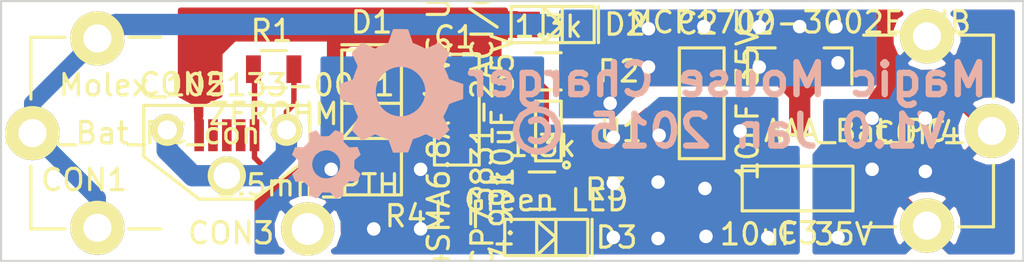
<source format=kicad_pcb>
(kicad_pcb (version 4) (host pcbnew "(2014-11-29 BZR 5307)-product")

  (general
    (links 33)
    (no_connects 0)
    (area 96.799999 91.925 145.200001 106.125001)
    (thickness 1.6)
    (drawings 5)
    (tracks 235)
    (zones 0)
    (modules 17)
    (nets 13)
  )

  (page A4)
  (layers
    (0 F.Cu signal hide)
    (31 B.Cu signal hide)
    (32 B.Adhes user)
    (33 F.Adhes user)
    (34 B.Paste user)
    (35 F.Paste user)
    (36 B.SilkS user)
    (37 F.SilkS user)
    (38 B.Mask user)
    (39 F.Mask user)
    (40 Dwgs.User user)
    (41 Cmts.User user)
    (42 Eco1.User user)
    (43 Eco2.User user)
    (44 Edge.Cuts user)
    (45 Margin user)
    (46 B.CrtYd user)
    (47 F.CrtYd user)
    (48 B.Fab user)
    (49 F.Fab user)
  )

  (setup
    (last_trace_width 0.254)
    (trace_clearance 0.2)
    (zone_clearance 0.254)
    (zone_45_only no)
    (trace_min 0.254)
    (segment_width 0.2)
    (edge_width 0.1)
    (via_size 0.889)
    (via_drill 0.635)
    (via_min_size 0.889)
    (via_min_drill 0.508)
    (uvia_size 0.508)
    (uvia_drill 0.127)
    (uvias_allowed no)
    (uvia_min_size 0.508)
    (uvia_min_drill 0.127)
    (pcb_text_width 0.3)
    (pcb_text_size 1.5 1.5)
    (mod_edge_width 0.15)
    (mod_text_size 1 1)
    (mod_text_width 0.15)
    (pad_size 1.4 0.6)
    (pad_drill 0)
    (pad_to_mask_clearance 0)
    (aux_axis_origin 0 0)
    (visible_elements 7FFEFFFF)
    (pcbplotparams
      (layerselection 0x010f0_80000001)
      (usegerberextensions false)
      (excludeedgelayer true)
      (linewidth 0.100000)
      (plotframeref false)
      (viasonmask false)
      (mode 1)
      (useauxorigin false)
      (hpglpennumber 1)
      (hpglpenspeed 20)
      (hpglpendiameter 15)
      (hpglpenoverlay 2)
      (psnegative false)
      (psa4output false)
      (plotreference true)
      (plotvalue false)
      (plotinvisibletext false)
      (padsonsilk false)
      (subtractmaskfromsilk false)
      (outputformat 1)
      (mirror false)
      (drillshape 0)
      (scaleselection 1)
      (outputdirectory Fabrication_files/))
  )

  (net 0 "")
  (net 1 GND)
  (net 2 "Net-(CON2-Pad3)")
  (net 3 "Net-(CON2-Pad4)")
  (net 4 "Net-(CON2-Pad2)")
  (net 5 "Net-(CON2-PadS_1)")
  (net 6 "Net-(D2-Pad2)")
  (net 7 "Net-(D3-Pad1)")
  (net 8 "Net-(R2-Pad2)")
  (net 9 "Net-(R4-Pad1)")
  (net 10 /V_bus)
  (net 11 /V_batt)
  (net 12 /V_3V0)

  (net_class Default "This is the default net class."
    (clearance 0.2)
    (trace_width 0.254)
    (via_dia 0.889)
    (via_drill 0.635)
    (uvia_dia 0.508)
    (uvia_drill 0.127)
    (add_net /V_bus)
    (add_net GND)
    (add_net "Net-(CON2-Pad2)")
    (add_net "Net-(CON2-Pad3)")
    (add_net "Net-(CON2-Pad4)")
    (add_net "Net-(D2-Pad2)")
    (add_net "Net-(D3-Pad1)")
    (add_net "Net-(R2-Pad2)")
    (add_net "Net-(R4-Pad1)")
  )

  (net_class V_batt ""
    (clearance 0.2)
    (trace_width 1)
    (via_dia 0.889)
    (via_drill 0.635)
    (uvia_dia 0.508)
    (uvia_drill 0.127)
    (add_net /V_batt)
    (add_net "Net-(CON2-PadS_1)")
  )

  (net_class power ""
    (clearance 0.3)
    (trace_width 0.5)
    (via_dia 0.889)
    (via_drill 0.635)
    (uvia_dia 0.508)
    (uvia_drill 0.127)
    (add_net /V_3V0)
  )

  (module MCP_SOT-23-5 (layer F.Cu) (tedit 54B3010D) (tstamp 54B2F2B8)
    (at 122.7 99.9 90)
    (path /54A9AD63)
    (fp_text reference U1 (at 0 3.4 180) (layer F.SilkS)
      (effects (font (size 1 1) (thickness 0.15)))
    )
    (fp_text value MCP73831-2ACI/OT (at 0 -3.1 90) (layer F.SilkS)
      (effects (font (size 1 1) (thickness 0.15)))
    )
    (fp_circle (center -1.6 0.85) (end -1.5 0.75) (layer F.SilkS) (width 0.15))
    (fp_line (start 1.4 -0.6) (end -1.4 -0.6) (layer F.SilkS) (width 0.15))
    (fp_line (start -1.4 -0.6) (end -1.4 0.6) (layer F.SilkS) (width 0.15))
    (fp_line (start -1.4 0.6) (end 1.4 0.6) (layer F.SilkS) (width 0.15))
    (fp_line (start 1.4 0.6) (end 1.4 -0.6) (layer F.SilkS) (width 0.15))
    (pad 1 smd rect (at -0.95 1.4 90) (size 0.6 1.1) (layers F.Cu F.Paste F.Mask)
      (net 8 "Net-(R2-Pad2)"))
    (pad 2 smd rect (at 0 1.4 90) (size 0.6 1.1) (layers F.Cu F.Paste F.Mask)
      (net 1 GND))
    (pad 3 smd rect (at 0.95 1.4 90) (size 0.6 1.1) (layers F.Cu F.Paste F.Mask)
      (net 11 /V_batt))
    (pad 4 smd rect (at 0.95 -1.4 90) (size 0.6 1.1) (layers F.Cu F.Paste F.Mask)
      (net 10 /V_bus))
    (pad 5 smd rect (at -0.95 -1.4 90) (size 0.6 1.1) (layers F.Cu F.Paste F.Mask)
      (net 9 "Net-(R4-Pad1)"))
    (model smd/SOT23_5.wrl
      (at (xyz 0 0 0))
      (scale (xyz 0.1 0.1 0.1))
      (rotate (xyz 0 0 0))
    )
  )

  (module MCP_SOT-89 (layer F.Cu) (tedit 54B3A7D0) (tstamp 54B2F2C2)
    (at 134.5 97.3)
    (path /54A9ADC4)
    (fp_text reference U2 (at -2.2 -2.45) (layer F.SilkS)
      (effects (font (size 1 1) (thickness 0.15)))
    )
    (fp_text value MCP1700-3002E/MB (at 0 -2.5) (layer F.SilkS)
      (effects (font (size 1 1) (thickness 0.15)))
    )
    (fp_line (start 1.15 -1.3) (end 2.45 -1.3) (layer F.SilkS) (width 0.15))
    (fp_line (start 2.45 -1.3) (end 2.45 0.4) (layer F.SilkS) (width 0.15))
    (fp_line (start -1.15 -1.3) (end -2.45 -1.3) (layer F.SilkS) (width 0.15))
    (fp_line (start -2.45 -1.3) (end -2.45 0.4) (layer F.SilkS) (width 0.15))
    (pad 1 smd rect (at -1.5 2) (size 0.6 1.7) (layers F.Cu F.Paste F.Mask)
      (net 1 GND))
    (pad 2 smd rect (at 0 2) (size 0.8 1.7) (layers F.Cu F.Paste F.Mask)
      (net 11 /V_batt))
    (pad 3 smd rect (at 1.5 2) (size 0.6 1.7) (layers F.Cu F.Paste F.Mask)
      (net 12 /V_3V0))
    (pad 2 smd trapezoid (at 0 0.85 180) (size 1.4 0.6) (rect_delta 0 0.6 ) (layers F.Cu F.Paste F.Mask)
      (net 11 /V_batt))
    (pad 2 smd rect (at 0 -0.6) (size 2 2.3) (layers F.Cu F.Paste F.Mask)
      (net 11 /V_batt))
    (model SOT89-3_SOT89-5_Housing_Wings3d_RevA_02Sep2012/SOT89-3_Housing_Faktor03937_RevA_02Sep2012.wrl
      (at (xyz 0 0 0))
      (scale (xyz 0.397 0.397 0.397))
      (rotate (xyz 0 0 0))
    )
  )

  (module Nightmechanic_PCB:mm_3216 (layer F.Cu) (tedit 54B2F6B7) (tstamp 54B2F25A)
    (at 118.4 98.9 270)
    (path /54A9B035)
    (fp_text reference C1 (at -3.4 0.1 360) (layer F.SilkS)
      (effects (font (size 1 1) (thickness 0.15)))
    )
    (fp_text value "10uF 35V" (at 0.05 -2.15 270) (layer F.SilkS)
      (effects (font (size 1 1) (thickness 0.15)))
    )
    (fp_line (start 2.6 -1.05) (end -2.6 -1.05) (layer F.SilkS) (width 0.15))
    (fp_line (start -2.6 -1.05) (end -2.6 1.05) (layer F.SilkS) (width 0.15))
    (fp_line (start -2.6 1.05) (end 2.6 1.05) (layer F.SilkS) (width 0.15))
    (fp_line (start 2.6 1.05) (end 2.6 -1.05) (layer F.SilkS) (width 0.15))
    (pad 1 smd rect (at -1.7 0 270) (size 1.4 1.8) (layers F.Cu F.Paste F.Mask)
      (net 10 /V_bus))
    (pad 2 smd rect (at 1.7 0 270) (size 1.4 1.8) (layers F.Cu F.Paste F.Mask)
      (net 1 GND))
    (model Capacitors_SMD/C_1206N.wrl
      (at (xyz 0 0 0))
      (scale (xyz 1 1 1))
      (rotate (xyz 0 0 0))
    )
  )

  (module Nightmechanic_PCB:mm_3216 (layer F.Cu) (tedit 54B3A7D9) (tstamp 54B2F260)
    (at 129.9 98.6 270)
    (path /54A9B44F)
    (fp_text reference C2 (at -3.75 0.2 360) (layer F.SilkS)
      (effects (font (size 1 1) (thickness 0.15)))
    )
    (fp_text value "10uF 35V" (at 0.05 -2.15 270) (layer F.SilkS)
      (effects (font (size 1 1) (thickness 0.15)))
    )
    (fp_line (start 2.6 -1.05) (end -2.6 -1.05) (layer F.SilkS) (width 0.15))
    (fp_line (start -2.6 -1.05) (end -2.6 1.05) (layer F.SilkS) (width 0.15))
    (fp_line (start -2.6 1.05) (end 2.6 1.05) (layer F.SilkS) (width 0.15))
    (fp_line (start 2.6 1.05) (end 2.6 -1.05) (layer F.SilkS) (width 0.15))
    (pad 1 smd rect (at -1.7 0 270) (size 1.4 1.8) (layers F.Cu F.Paste F.Mask)
      (net 11 /V_batt))
    (pad 2 smd rect (at 1.7 0 270) (size 1.4 1.8) (layers F.Cu F.Paste F.Mask)
      (net 1 GND))
    (model Capacitors_SMD/C_1206N.wrl
      (at (xyz 0 0 0))
      (scale (xyz 1 1 1))
      (rotate (xyz 0 0 0))
    )
  )

  (module Nightmechanic_PCB:mm_3216 (layer F.Cu) (tedit 54B3A7E5) (tstamp 54B2F266)
    (at 134.4 102.6 180)
    (path /54A9BA29)
    (fp_text reference C3 (at 0 -2.1 180) (layer F.SilkS)
      (effects (font (size 1 1) (thickness 0.15)))
    )
    (fp_text value "10uF 35V" (at 0.05 -2.15 180) (layer F.SilkS)
      (effects (font (size 1 1) (thickness 0.15)))
    )
    (fp_line (start 2.6 -1.05) (end -2.6 -1.05) (layer F.SilkS) (width 0.15))
    (fp_line (start -2.6 -1.05) (end -2.6 1.05) (layer F.SilkS) (width 0.15))
    (fp_line (start -2.6 1.05) (end 2.6 1.05) (layer F.SilkS) (width 0.15))
    (fp_line (start 2.6 1.05) (end 2.6 -1.05) (layer F.SilkS) (width 0.15))
    (pad 1 smd rect (at -1.7 0 180) (size 1.4 1.8) (layers F.Cu F.Paste F.Mask)
      (net 12 /V_3V0))
    (pad 2 smd rect (at 1.7 0 180) (size 1.4 1.8) (layers F.Cu F.Paste F.Mask)
      (net 1 GND))
    (model Capacitors_SMD/C_1206N.wrl
      (at (xyz 0 0 0))
      (scale (xyz 1 1 1))
      (rotate (xyz 0 0 0))
    )
  )

  (module Nightmechanic_PCB:Keystone_597 (layer F.Cu) (tedit 54B3019A) (tstamp 54B2F26D)
    (at 100 100 180)
    (path /54A9C391)
    (fp_text reference CON1 (at -0.9 -2.2 180) (layer F.SilkS)
      (effects (font (size 1 1) (thickness 0.15)))
    )
    (fp_text value AAA_Bat_PC_con (at -3.175 0 180) (layer F.SilkS)
      (effects (font (size 1 1) (thickness 0.15)))
    )
    (fp_line (start -3 4.5) (end -4.5 4.5) (layer F.SilkS) (width 0.15))
    (fp_line (start 1.6 1.6) (end 1.6 4.5) (layer F.SilkS) (width 0.15))
    (fp_line (start 1.6 4.5) (end 0 4.5) (layer F.SilkS) (width 0.15))
    (fp_line (start 0 -4.5) (end 1.6 -4.5) (layer F.SilkS) (width 0.15))
    (fp_line (start 1.6 -4.5) (end 1.6 -1.55) (layer F.SilkS) (width 0.15))
    (fp_line (start -4.5 -4.5) (end -3 -4.5) (layer F.SilkS) (width 0.15))
    (pad 2 thru_hole circle (at 1.524 0 180) (size 2.54 2.54) (drill 1.3208) (layers *.Cu *.Mask F.SilkS)
      (net 11 /V_batt))
    (pad 1 thru_hole circle (at -1.524 -4.445 180) (size 2.54 2.54) (drill 1.3208) (layers *.Cu *.Mask F.SilkS)
      (net 11 /V_batt))
    (pad 3 thru_hole circle (at -1.524 4.445 180) (size 2.54 2.54) (drill 1.3208) (layers *.Cu *.Mask F.SilkS)
      (net 11 /V_batt))
    (model E:/Kicad_libs/Nightmechanic_PCB/Keystone_597.wrl
      (at (xyz 0.025 0 -0.15))
      (scale (xyz 0.3937 0.3937 0.3937))
      (rotate (xyz -90 0 0))
    )
  )

  (module Nightmechanic_PCB:Molex_105122_0011_no_slots (layer F.Cu) (tedit 54B2FF6B) (tstamp 54B2F279)
    (at 107.6 100.1)
    (path /54A9AD12)
    (fp_text reference CON2 (at -2.1 -2.4) (layer F.SilkS)
      (effects (font (size 1 1) (thickness 0.15)))
    )
    (fp_text value Molex_105133-0011 (at 0 -2.35) (layer F.SilkS)
      (effects (font (size 1 1) (thickness 0.15)))
    )
    (fp_line (start -3.9 -1.4) (end 3.9 -1.4) (layer F.SilkS) (width 0.15))
    (fp_line (start 3.9 -1.4) (end 3.9 1) (layer F.SilkS) (width 0.15))
    (fp_line (start 3.9 1) (end 1.3 3) (layer F.SilkS) (width 0.15))
    (fp_line (start 1.3 3) (end -1.3 3) (layer F.SilkS) (width 0.15))
    (fp_line (start -1.3 3) (end -3.9 1) (layer F.SilkS) (width 0.15))
    (fp_line (start -3.9 1) (end -3.9 -1.4) (layer F.SilkS) (width 0.15))
    (pad 3 smd rect (at 0 0) (size 0.45 1.5) (layers F.Cu F.Paste F.Mask)
      (net 2 "Net-(CON2-Pad3)"))
    (pad 4 smd rect (at 0.65 0) (size 0.45 1.5) (layers F.Cu F.Paste F.Mask)
      (net 3 "Net-(CON2-Pad4)"))
    (pad 5 smd rect (at 1.3 0) (size 0.45 1.5) (layers F.Cu F.Paste F.Mask)
      (net 1 GND))
    (pad 2 smd rect (at -0.65 0) (size 0.45 1.5) (layers F.Cu F.Paste F.Mask)
      (net 4 "Net-(CON2-Pad2)"))
    (pad 1 smd rect (at -1.3 0) (size 0.45 1.5) (layers F.Cu F.Paste F.Mask)
      (net 10 /V_bus))
    (pad S_1 thru_hole circle (at -2.8 -0.25) (size 1.5 1.5) (drill 0.9) (layers *.Cu *.Mask F.SilkS)
      (net 5 "Net-(CON2-PadS_1)"))
    (pad S_2 thru_hole circle (at 2.8 -0.25) (size 1.5 1.5) (drill 0.9) (layers *.Cu *.Mask F.SilkS)
      (net 5 "Net-(CON2-PadS_1)"))
    (pad S_3 thru_hole circle (at 0 1.9) (size 1.8 1.8) (drill 1.25) (layers *.Cu *.Mask F.SilkS)
      (net 5 "Net-(CON2-PadS_1)"))
    (model E:/Kicad_libs/Nightmechanic_PCB/molex_105133_0011.wrl
      (at (xyz 0 0 0))
      (scale (xyz 0.3937 0.3937 0.3937))
      (rotate (xyz -90 0 0))
    )
  )

  (module Nightmechanic_PCB:1.5mm_PTH (layer F.Cu) (tedit 54B2FF70) (tstamp 54B2F27E)
    (at 111.4 104.5)
    (path /54A9C646)
    (fp_text reference CON3 (at -3.6 0.2) (layer F.SilkS)
      (effects (font (size 1 1) (thickness 0.15)))
    )
    (fp_text value 1.5mm_PTH (at 0 -2.05) (layer F.SilkS)
      (effects (font (size 1 1) (thickness 0.15)))
    )
    (pad 1 thru_hole circle (at 0 0) (size 2.5 2.5) (drill 1.5) (layers *.Cu *.Mask F.SilkS)
      (net 1 GND))
  )

  (module Nightmechanic_PCB:Keystone_597 (layer F.Cu) (tedit 54B39358) (tstamp 54B2F285)
    (at 142 99.9)
    (path /54A9BD20)
    (fp_text reference CON4 (at -2 0.1) (layer F.SilkS)
      (effects (font (size 1 1) (thickness 0.15)))
    )
    (fp_text value AAA_Bat_PC_con (at -3.175 0) (layer F.SilkS)
      (effects (font (size 1 1) (thickness 0.15)))
    )
    (fp_line (start -3 4.5) (end -4.5 4.5) (layer F.SilkS) (width 0.15))
    (fp_line (start 1.6 1.6) (end 1.6 4.5) (layer F.SilkS) (width 0.15))
    (fp_line (start 1.6 4.5) (end 0 4.5) (layer F.SilkS) (width 0.15))
    (fp_line (start 0 -4.5) (end 1.6 -4.5) (layer F.SilkS) (width 0.15))
    (fp_line (start 1.6 -4.5) (end 1.6 -1.55) (layer F.SilkS) (width 0.15))
    (fp_line (start -4.5 -4.5) (end -3 -4.5) (layer F.SilkS) (width 0.15))
    (pad 2 thru_hole circle (at 1.524 0) (size 2.54 2.54) (drill 1.3208) (layers *.Cu *.Mask F.SilkS)
      (net 12 /V_3V0))
    (pad 1 thru_hole circle (at -1.524 -4.445) (size 2.54 2.54) (drill 1.3208) (layers *.Cu *.Mask F.SilkS)
      (net 12 /V_3V0))
    (pad 3 thru_hole circle (at -1.524 4.445) (size 2.54 2.54) (drill 1.3208) (layers *.Cu *.Mask F.SilkS)
      (net 12 /V_3V0))
    (model E:/Kicad_libs/Nightmechanic_PCB/Keystone_597.wrl
      (at (xyz 0.025 0 -0.15))
      (scale (xyz 0.3937 0.3937 0.3937))
      (rotate (xyz -90 0 0))
    )
  )

  (module Nightmechanic_PCB:DO-214AC (layer F.Cu) (tedit 54B2F681) (tstamp 54B2F28B)
    (at 114.4 99.5 270)
    (path /54A9AEA3)
    (fp_text reference D1 (at -4.7 0 360) (layer F.SilkS)
      (effects (font (size 1 1) (thickness 0.15)))
    )
    (fp_text value "P4SMA6.8A (TVS UNI)" (at 0 -3.15 270) (layer F.SilkS)
      (effects (font (size 1 1) (thickness 0.15)))
    )
    (fp_line (start -0.9 0) (end 0.75 -1.4) (layer F.SilkS) (width 0.15))
    (fp_line (start 0.75 -1.4) (end 0.75 1.35) (layer F.SilkS) (width 0.15))
    (fp_line (start 0.75 1.35) (end -0.85 -0.05) (layer F.SilkS) (width 0.15))
    (fp_line (start -0.9 -1.4) (end -0.9 1.4) (layer F.SilkS) (width 0.15))
    (fp_line (start -3.65 -1.4) (end -3.65 1.4) (layer F.SilkS) (width 0.15))
    (fp_line (start 3.4 -1.4) (end -3.4 -1.4) (layer F.SilkS) (width 0.15))
    (fp_line (start -3.4 -1.4) (end -3.4 1.4) (layer F.SilkS) (width 0.15))
    (fp_line (start -3.4 1.4) (end 3.4 1.4) (layer F.SilkS) (width 0.15))
    (fp_line (start 3.4 1.4) (end 3.4 -1.4) (layer F.SilkS) (width 0.15))
    (pad 2 smd rect (at -2.2 0 270) (size 2.1 1.8) (layers F.Cu F.Paste F.Mask)
      (net 10 /V_bus))
    (pad 1 smd rect (at 2.2 0 270) (size 2.1 1.8) (layers F.Cu F.Paste F.Mask)
      (net 1 GND))
    (model smd/do214.wrl
      (at (xyz 0 0 0))
      (scale (xyz 1 1 1))
      (rotate (xyz 0 0 180))
    )
  )

  (module Nightmechanic_PCB:SMD_MiniLED (layer F.Cu) (tedit 54B2F966) (tstamp 54B2F291)
    (at 122.9 94.9)
    (path /54A9B11F)
    (fp_text reference D2 (at 3.4 0) (layer F.SilkS)
      (effects (font (size 1 1) (thickness 0.15)))
    )
    (fp_text value "Amber LED" (at 0 -1.75) (layer F.SilkS)
      (effects (font (size 1 1) (thickness 0.15)))
    )
    (fp_line (start -0.45 -0.85) (end -0.45 0.85) (layer F.SilkS) (width 0.15))
    (fp_line (start -0.45 0.85) (end 0.45 0) (layer F.SilkS) (width 0.15))
    (fp_line (start 0.45 0) (end -0.45 -0.8) (layer F.SilkS) (width 0.15))
    (fp_line (start 0.45 -0.85) (end 0.45 0.85) (layer F.SilkS) (width 0.15))
    (fp_line (start 2.15 -0.85) (end 2.15 0.85) (layer F.SilkS) (width 0.15))
    (fp_line (start 1.95 -0.85) (end -1.95 -0.85) (layer F.SilkS) (width 0.15))
    (fp_line (start -1.95 -0.85) (end -1.95 0.85) (layer F.SilkS) (width 0.15))
    (fp_line (start -1.95 0.85) (end 1.95 0.85) (layer F.SilkS) (width 0.15))
    (fp_line (start 1.95 0.85) (end 1.95 -0.85) (layer F.SilkS) (width 0.15))
    (pad 1 smd rect (at -1.2 0) (size 1.2 1.2) (layers F.Cu F.Paste F.Mask)
      (net 10 /V_bus))
    (pad 2 smd rect (at 1.2 0) (size 1.2 1.2) (layers F.Cu F.Paste F.Mask)
      (net 6 "Net-(D2-Pad2)"))
    (model E:/Kicad_libs/Nightmechanic_PCB/rohm_2012_LED_amber.wrl
      (at (xyz 0 0 0))
      (scale (xyz 0.3937 0.3937 0.3937))
      (rotate (xyz -90 0 0))
    )
  )

  (module Nightmechanic_PCB:SMD_MiniLED (layer F.Cu) (tedit 54B2F955) (tstamp 54B2F297)
    (at 122.6 104.9)
    (path /54A9B39B)
    (fp_text reference D3 (at 3.3 0) (layer F.SilkS)
      (effects (font (size 1 1) (thickness 0.15)))
    )
    (fp_text value "Green LED" (at 0 -1.75) (layer F.SilkS)
      (effects (font (size 1 1) (thickness 0.15)))
    )
    (fp_line (start -0.45 -0.85) (end -0.45 0.85) (layer F.SilkS) (width 0.15))
    (fp_line (start -0.45 0.85) (end 0.45 0) (layer F.SilkS) (width 0.15))
    (fp_line (start 0.45 0) (end -0.45 -0.8) (layer F.SilkS) (width 0.15))
    (fp_line (start 0.45 -0.85) (end 0.45 0.85) (layer F.SilkS) (width 0.15))
    (fp_line (start 2.15 -0.85) (end 2.15 0.85) (layer F.SilkS) (width 0.15))
    (fp_line (start 1.95 -0.85) (end -1.95 -0.85) (layer F.SilkS) (width 0.15))
    (fp_line (start -1.95 -0.85) (end -1.95 0.85) (layer F.SilkS) (width 0.15))
    (fp_line (start -1.95 0.85) (end 1.95 0.85) (layer F.SilkS) (width 0.15))
    (fp_line (start 1.95 0.85) (end 1.95 -0.85) (layer F.SilkS) (width 0.15))
    (pad 1 smd rect (at -1.2 0) (size 1.2 1.2) (layers F.Cu F.Paste F.Mask)
      (net 7 "Net-(D3-Pad1)"))
    (pad 2 smd rect (at 1.2 0) (size 1.2 1.2) (layers F.Cu F.Paste F.Mask)
      (net 1 GND))
    (model E:/Kicad_libs/Nightmechanic_PCB/rohm_2012_LED_green.wrl
      (at (xyz 0 0 0))
      (scale (xyz 0.3937 0.3937 0.3937))
      (rotate (xyz -90 0 0))
    )
  )

  (module Resistors_SMD:R_0805 (layer F.Cu) (tedit 54B2FF61) (tstamp 54B2F29D)
    (at 109.8 97)
    (descr "Resistor SMD 0805, reflow soldering, Vishay (see dcrcw.pdf)")
    (tags "resistor 0805")
    (path /54A9B5DD)
    (attr smd)
    (fp_text reference R1 (at -0.1 -1.8) (layer F.SilkS)
      (effects (font (size 1 1) (thickness 0.15)))
    )
    (fp_text value ZEROHM (at 0 2.1) (layer F.SilkS)
      (effects (font (size 1 1) (thickness 0.15)))
    )
    (fp_line (start -1.6 -1) (end 1.6 -1) (layer F.CrtYd) (width 0.05))
    (fp_line (start -1.6 1) (end 1.6 1) (layer F.CrtYd) (width 0.05))
    (fp_line (start -1.6 -1) (end -1.6 1) (layer F.CrtYd) (width 0.05))
    (fp_line (start 1.6 -1) (end 1.6 1) (layer F.CrtYd) (width 0.05))
    (fp_line (start 0.6 0.875) (end -0.6 0.875) (layer F.SilkS) (width 0.15))
    (fp_line (start -0.6 -0.875) (end 0.6 -0.875) (layer F.SilkS) (width 0.15))
    (pad 1 smd rect (at -0.95 0) (size 0.7 1.3) (layers F.Cu F.Paste F.Mask)
      (net 1 GND))
    (pad 2 smd rect (at 0.95 0) (size 0.7 1.3) (layers F.Cu F.Paste F.Mask)
      (net 5 "Net-(CON2-PadS_1)"))
    (model Resistors_SMD/R_0805.wrl
      (at (xyz 0 0 0))
      (scale (xyz 1 1 1))
      (rotate (xyz 0 0 0))
    )
  )

  (module Resistors_SMD:R_0805 (layer F.Cu) (tedit 54B2F97F) (tstamp 54B2F2A3)
    (at 122.7 97.1 180)
    (descr "Resistor SMD 0805, reflow soldering, Vishay (see dcrcw.pdf)")
    (tags "resistor 0805")
    (path /54A9B0F0)
    (attr smd)
    (fp_text reference R2 (at -3.3 0 180) (layer F.SilkS)
      (effects (font (size 1 1) (thickness 0.15)))
    )
    (fp_text value 1.3k (at 0 2.1 180) (layer F.SilkS)
      (effects (font (size 1 1) (thickness 0.15)))
    )
    (fp_line (start -1.6 -1) (end 1.6 -1) (layer F.CrtYd) (width 0.05))
    (fp_line (start -1.6 1) (end 1.6 1) (layer F.CrtYd) (width 0.05))
    (fp_line (start -1.6 -1) (end -1.6 1) (layer F.CrtYd) (width 0.05))
    (fp_line (start 1.6 -1) (end 1.6 1) (layer F.CrtYd) (width 0.05))
    (fp_line (start 0.6 0.875) (end -0.6 0.875) (layer F.SilkS) (width 0.15))
    (fp_line (start -0.6 -0.875) (end 0.6 -0.875) (layer F.SilkS) (width 0.15))
    (pad 1 smd rect (at -0.95 0 180) (size 0.7 1.3) (layers F.Cu F.Paste F.Mask)
      (net 6 "Net-(D2-Pad2)"))
    (pad 2 smd rect (at 0.95 0 180) (size 0.7 1.3) (layers F.Cu F.Paste F.Mask)
      (net 8 "Net-(R2-Pad2)"))
    (model Resistors_SMD/R_0805.wrl
      (at (xyz 0 0 0))
      (scale (xyz 1 1 1))
      (rotate (xyz 0 0 0))
    )
  )

  (module Resistors_SMD:R_0805 (layer F.Cu) (tedit 54B3A7C3) (tstamp 54B2F2A9)
    (at 122.4 102.7 180)
    (descr "Resistor SMD 0805, reflow soldering, Vishay (see dcrcw.pdf)")
    (tags "resistor 0805")
    (path /54A9B395)
    (attr smd)
    (fp_text reference R3 (at -3 0.05 180) (layer F.SilkS)
      (effects (font (size 1 1) (thickness 0.15)))
    )
    (fp_text value 1.3k (at 0 2.1 180) (layer F.SilkS)
      (effects (font (size 1 1) (thickness 0.15)))
    )
    (fp_line (start -1.6 -1) (end 1.6 -1) (layer F.CrtYd) (width 0.05))
    (fp_line (start -1.6 1) (end 1.6 1) (layer F.CrtYd) (width 0.05))
    (fp_line (start -1.6 -1) (end -1.6 1) (layer F.CrtYd) (width 0.05))
    (fp_line (start 1.6 -1) (end 1.6 1) (layer F.CrtYd) (width 0.05))
    (fp_line (start 0.6 0.875) (end -0.6 0.875) (layer F.SilkS) (width 0.15))
    (fp_line (start -0.6 -0.875) (end 0.6 -0.875) (layer F.SilkS) (width 0.15))
    (pad 1 smd rect (at -0.95 0 180) (size 0.7 1.3) (layers F.Cu F.Paste F.Mask)
      (net 8 "Net-(R2-Pad2)"))
    (pad 2 smd rect (at 0.95 0 180) (size 0.7 1.3) (layers F.Cu F.Paste F.Mask)
      (net 7 "Net-(D3-Pad1)"))
    (model Resistors_SMD/R_0805.wrl
      (at (xyz 0 0 0))
      (scale (xyz 1 1 1))
      (rotate (xyz 0 0 0))
    )
  )

  (module Resistors_SMD:R_0805 (layer F.Cu) (tedit 54B2F93E) (tstamp 54B2F2AF)
    (at 118.4 103.8 90)
    (descr "Resistor SMD 0805, reflow soldering, Vishay (see dcrcw.pdf)")
    (tags "resistor 0805")
    (path /54A9B3D1)
    (attr smd)
    (fp_text reference R4 (at -0.1 -2.4 180) (layer F.SilkS)
      (effects (font (size 1 1) (thickness 0.15)))
    )
    (fp_text value 4.99k (at 0 2.1 90) (layer F.SilkS)
      (effects (font (size 1 1) (thickness 0.15)))
    )
    (fp_line (start -1.6 -1) (end 1.6 -1) (layer F.CrtYd) (width 0.05))
    (fp_line (start -1.6 1) (end 1.6 1) (layer F.CrtYd) (width 0.05))
    (fp_line (start -1.6 -1) (end -1.6 1) (layer F.CrtYd) (width 0.05))
    (fp_line (start 1.6 -1) (end 1.6 1) (layer F.CrtYd) (width 0.05))
    (fp_line (start 0.6 0.875) (end -0.6 0.875) (layer F.SilkS) (width 0.15))
    (fp_line (start -0.6 -0.875) (end 0.6 -0.875) (layer F.SilkS) (width 0.15))
    (pad 1 smd rect (at -0.95 0 90) (size 0.7 1.3) (layers F.Cu F.Paste F.Mask)
      (net 9 "Net-(R4-Pad1)"))
    (pad 2 smd rect (at 0.95 0 90) (size 0.7 1.3) (layers F.Cu F.Paste F.Mask)
      (net 1 GND))
    (model Resistors_SMD/R_0805.wrl
      (at (xyz 0 0 0))
      (scale (xyz 1 1 1))
      (rotate (xyz 0 0 0))
    )
  )

  (module Logos:Gears_F.SilkS_10mm_flipped (layer B.Cu) (tedit 54B39531) (tstamp 54B39654)
    (at 114.7 99.1)
    (fp_text reference VAL (at 0 0) (layer B.SilkS) hide
      (effects (font (size 0.381 0.381) (thickness 0.127)) (justify mirror))
    )
    (fp_text value REF (at 0 0) (layer B.SilkS) hide
      (effects (font (size 0.381 0.381) (thickness 0.127)) (justify mirror))
    )
    (fp_poly (pts (xy -1.79832 -1.40208) (xy -1.4859 -1.51638) (xy -1.17094 -1.63068) (xy -1.143 -1.73736)
      (xy -1.12776 -1.78562) (xy -1.10998 -1.83896) (xy -1.08712 -1.90246) (xy -1.05664 -1.98374)
      (xy -1.01346 -2.08788) (xy -0.97028 -2.19202) (xy -0.9652 -2.21488) (xy -0.9652 -2.24028)
      (xy -0.97536 -2.27838) (xy -0.99314 -2.33172) (xy -1.0287 -2.40792) (xy -1.07696 -2.51206)
      (xy -1.08966 -2.54254) (xy -1.13792 -2.6416) (xy -1.17602 -2.7305) (xy -1.2065 -2.80162)
      (xy -1.22682 -2.84734) (xy -1.22936 -2.86258) (xy -1.21666 -2.88036) (xy -1.1811 -2.92354)
      (xy -1.12522 -2.98196) (xy -1.0541 -3.05562) (xy -0.9906 -3.11912) (xy -0.75184 -3.35534)
      (xy -0.44196 -3.20802) (xy -0.13208 -3.06324) (xy -0.10668 -3.07594) (xy -0.10668 -1.04394)
      (xy -0.09144 -0.86614) (xy -0.0381 -0.66294) (xy 0.04572 -0.48006) (xy 0.15494 -0.32004)
      (xy 0.28448 -0.18288) (xy 0.43434 -0.06858) (xy 0.5969 0.01524) (xy 0.77216 0.0762)
      (xy 0.95504 0.10668) (xy 1.14046 0.10922) (xy 1.32588 0.07874) (xy 1.50876 0.01778)
      (xy 1.68148 -0.0762) (xy 1.84658 -0.2032) (xy 1.87706 -0.23368) (xy 2.01168 -0.3937)
      (xy 2.11328 -0.56896) (xy 2.18186 -0.75184) (xy 2.21488 -0.94234) (xy 2.21996 -1.13284)
      (xy 2.19202 -1.3208) (xy 2.13106 -1.50114) (xy 2.04216 -1.67132) (xy 1.92532 -1.82626)
      (xy 1.778 -1.96342) (xy 1.60274 -2.07772) (xy 1.5494 -2.10566) (xy 1.35128 -2.17678)
      (xy 1.15062 -2.21234) (xy 0.94234 -2.20726) (xy 0.72898 -2.16408) (xy 0.70104 -2.15646)
      (xy 0.51562 -2.07772) (xy 0.34798 -1.9685) (xy 0.19812 -1.8288) (xy 0.07366 -1.66878)
      (xy -0.02032 -1.48844) (xy -0.04064 -1.43256) (xy -0.09144 -1.23698) (xy -0.10668 -1.04394)
      (xy -0.10668 -3.07594) (xy 0.04572 -3.15214) (xy 0.1397 -3.19532) (xy 0.23622 -3.2385)
      (xy 0.32258 -3.27152) (xy 0.35052 -3.28168) (xy 0.47752 -3.32232) (xy 0.59436 -3.65252)
      (xy 0.70866 -3.98526) (xy 1.05664 -3.98526) (xy 1.19126 -3.98272) (xy 1.29032 -3.98018)
      (xy 1.3589 -3.97764) (xy 1.39954 -3.97002) (xy 1.41478 -3.9624) (xy 1.41732 -3.95986)
      (xy 1.42494 -3.93446) (xy 1.44526 -3.87858) (xy 1.4732 -3.79984) (xy 1.50622 -3.70332)
      (xy 1.53162 -3.6322) (xy 1.63576 -3.32994) (xy 1.73228 -3.29438) (xy 1.78816 -3.27152)
      (xy 1.8669 -3.2385) (xy 1.96088 -3.19532) (xy 2.03708 -3.15976) (xy 2.24536 -3.05816)
      (xy 2.46634 -3.1623) (xy 2.56032 -3.20802) (xy 2.6543 -3.24866) (xy 2.7305 -3.28422)
      (xy 2.77876 -3.30708) (xy 2.87274 -3.34772) (xy 3.11658 -3.10388) (xy 3.36296 -2.86004)
      (xy 3.21564 -2.55016) (xy 3.07086 -2.24536) (xy 3.1623 -2.06502) (xy 3.20802 -1.97104)
      (xy 3.24866 -1.87452) (xy 3.28422 -1.78816) (xy 3.29438 -1.75768) (xy 3.33756 -1.63068)
      (xy 3.6703 -1.51638) (xy 4.00558 -1.39954) (xy 4.0005 -1.04902) (xy 3.99542 -0.6985)
      (xy 3.91668 -0.67056) (xy 3.75158 -0.61468) (xy 3.62204 -0.5715) (xy 3.52044 -0.53594)
      (xy 3.44424 -0.50546) (xy 3.3909 -0.4826) (xy 3.35534 -0.46228) (xy 3.33248 -0.4445)
      (xy 3.31978 -0.42672) (xy 3.3147 -0.40894) (xy 3.31216 -0.40132) (xy 3.29946 -0.36068)
      (xy 3.27152 -0.2921) (xy 3.23342 -0.20828) (xy 3.19024 -0.1143) (xy 3.18262 -0.09906)
      (xy 3.06324 0.13716) (xy 3.21056 0.4445) (xy 3.35788 0.75184) (xy 3.1115 0.99822)
      (xy 2.86766 1.2446) (xy 2.56286 1.10236) (xy 2.4638 1.0541) (xy 2.3749 1.01346)
      (xy 2.30378 0.98044) (xy 2.25806 0.96266) (xy 2.24282 0.95758) (xy 2.21742 0.9652)
      (xy 2.16662 0.98552) (xy 2.10058 1.016) (xy 2.0828 1.02362) (xy 1.98882 1.06426)
      (xy 1.88214 1.10744) (xy 1.79324 1.13538) (xy 1.64084 1.1811) (xy 1.55956 1.40716)
      (xy 1.524 1.50368) (xy 1.49098 1.59512) (xy 1.46304 1.67386) (xy 1.44526 1.71958)
      (xy 1.4097 1.80594) (xy 1.05918 1.81356) (xy 0.70612 1.81864) (xy 0.65278 1.66624)
      (xy 0.61722 1.56972) (xy 0.57912 1.4605) (xy 0.54102 1.3589) (xy 0.53848 1.35128)
      (xy 0.47752 1.18872) (xy 0.31242 1.13538) (xy 0.21336 1.09982) (xy 0.10922 1.06172)
      (xy 0.01778 1.02362) (xy 0.00762 1.01854) (xy -0.12954 0.95504) (xy -0.43942 1.10236)
      (xy -0.7493 1.25222) (xy -0.9906 1.01092) (xy -1.06934 0.93218) (xy -1.13538 0.8636)
      (xy -1.18872 0.80772) (xy -1.22174 0.76962) (xy -1.22936 0.75692) (xy -1.22174 0.73406)
      (xy -1.19888 0.68326) (xy -1.16586 0.60706) (xy -1.12268 0.51562) (xy -1.08458 0.43434)
      (xy -0.93726 0.13208) (xy -1.00076 0.00254) (xy -1.03632 -0.07874) (xy -1.07696 -0.1778)
      (xy -1.11506 -0.2794) (xy -1.12268 -0.29972) (xy -1.1811 -0.47498) (xy -1.48336 -0.5842)
      (xy -1.78816 -0.6985) (xy -1.79324 -1.04902) (xy -1.79832 -1.40208) (xy -1.79832 -1.40208)) (layer B.SilkS) (width 0.00254))
    (fp_poly (pts (xy -4.04114 1.91516) (xy -3.96494 1.73482) (xy -3.89128 1.55702) (xy -3.6957 1.5621)
      (xy -3.50012 1.56464) (xy -3.36804 1.43256) (xy -3.23596 1.29794) (xy -3.24104 1.13284)
      (xy -3.24358 1.0541) (xy -3.24612 0.98552) (xy -3.2512 0.94488) (xy -3.25374 0.93726)
      (xy -3.24866 0.92202) (xy -3.2258 0.90424) (xy -3.18262 0.87884) (xy -3.1115 0.84836)
      (xy -3.09372 0.84074) (xy -3.09372 2.34696) (xy -3.08102 2.4892) (xy -3.03784 2.6289)
      (xy -2.96164 2.75844) (xy -2.87782 2.85242) (xy -2.75844 2.94132) (xy -2.63652 2.9972)
      (xy -2.49936 3.0226) (xy -2.39268 3.0226) (xy -2.25298 3.00482) (xy -2.1336 2.96164)
      (xy -2.02692 2.89052) (xy -1.93548 2.80162) (xy -1.84404 2.67716) (xy -1.78816 2.54762)
      (xy -1.7653 2.413) (xy -1.77038 2.28092) (xy -1.80086 2.15392) (xy -1.85674 2.03708)
      (xy -1.93548 1.9304) (xy -2.032 1.83896) (xy -2.14376 1.76784) (xy -2.26822 1.72212)
      (xy -2.40284 1.7018) (xy -2.54508 1.7145) (xy -2.6924 1.76022) (xy -2.70764 1.7653)
      (xy -2.83972 1.84658) (xy -2.9464 1.95072) (xy -3.02514 2.07264) (xy -3.0734 2.20726)
      (xy -3.09372 2.34696) (xy -3.09372 0.84074) (xy -3.0099 0.80518) (xy -2.91846 0.76708)
      (xy -2.8956 0.77978) (xy -2.8575 0.8128) (xy -2.8067 0.86614) (xy -2.77622 0.90424)
      (xy -2.6543 1.04902) (xy -2.47904 1.04648) (xy -2.30632 1.04394) (xy -2.16408 0.90424)
      (xy -2.10058 0.84328) (xy -2.04978 0.79756) (xy -2.01422 0.76962) (xy -2.00152 0.76454)
      (xy -1.97612 0.77216) (xy -1.92278 0.78994) (xy -1.85166 0.81534) (xy -1.80086 0.83566)
      (xy -1.61798 0.90424) (xy -1.62306 1.09982) (xy -1.62814 1.29286) (xy -1.49352 1.43002)
      (xy -1.35636 1.56718) (xy -1.16078 1.55956) (xy -0.9652 1.55194) (xy -0.889 1.73482)
      (xy -0.81534 1.9177) (xy -0.9271 2.01676) (xy -0.98806 2.0701) (xy -1.03886 2.11582)
      (xy -1.07442 2.14376) (xy -1.07696 2.14376) (xy -1.09474 2.16154) (xy -1.1049 2.19202)
      (xy -1.10998 2.24028) (xy -1.11252 2.31394) (xy -1.11506 2.35966) (xy -1.11506 2.54762)
      (xy -0.96774 2.68478) (xy -0.81788 2.82194) (xy -0.89408 2.9972) (xy -0.97028 3.175)
      (xy -1.16078 3.16738) (xy -1.35128 3.1623) (xy -1.49098 3.302) (xy -1.63068 3.4417)
      (xy -1.63068 3.63982) (xy -1.63068 3.8354) (xy -1.80594 3.90398) (xy -1.97866 3.97256)
      (xy -2.1082 3.83286) (xy -2.23774 3.69316) (xy -2.42824 3.69062) (xy -2.61874 3.68554)
      (xy -2.74066 3.82524) (xy -2.79654 3.88366) (xy -2.8448 3.93192) (xy -2.88036 3.95986)
      (xy -2.89052 3.9624) (xy -2.921 3.95478) (xy -2.97688 3.937) (xy -3.048 3.90906)
      (xy -3.07594 3.89636) (xy -3.23342 3.83032) (xy -3.22834 3.63728) (xy -3.22326 3.4417)
      (xy -3.3655 3.302) (xy -3.5052 3.15976) (xy -3.69316 3.17246) (xy -3.88112 3.18516)
      (xy -3.95224 3.01752) (xy -3.98272 2.94132) (xy -4.00812 2.87782) (xy -4.02082 2.83464)
      (xy -4.02336 2.82448) (xy -4.01066 2.80416) (xy -3.97256 2.76098) (xy -3.91922 2.71018)
      (xy -3.8862 2.6797) (xy -3.74904 2.55524) (xy -3.74904 2.36728) (xy -3.74904 2.17678)
      (xy -3.89636 2.0447) (xy -4.04114 1.91516) (xy -4.04114 1.91516)) (layer B.SilkS) (width 0.00254))
  )

  (gr_text "Magic Mouse Charger\nV1.0 Jan 2015 ©" (at 131.1 98.7) (layer B.SilkS)
    (effects (font (size 1.5 1.5) (thickness 0.3)) (justify mirror))
  )
  (gr_line (start 97 106) (end 97 93.8) (angle 90) (layer Edge.Cuts) (width 0.1))
  (gr_line (start 145 106) (end 97 106) (angle 90) (layer Edge.Cuts) (width 0.1))
  (gr_line (start 145 93.8) (end 145 106) (angle 90) (layer Edge.Cuts) (width 0.1))
  (gr_line (start 97 93.8) (end 145 93.8) (angle 90) (layer Edge.Cuts) (width 0.1))

  (segment (start 123.8 104.9) (end 125.75 104.9) (width 0.254) (layer F.Cu) (net 1))
  (segment (start 130.05 102.6) (end 130.05 102.5) (width 0.254) (layer B.Cu) (net 1) (tstamp 54B39FF9))
  (via (at 130.05 102.6) (size 0.889) (layers F.Cu B.Cu) (net 1))
  (segment (start 131.6 104.15) (end 130.05 102.6) (width 0.254) (layer F.Cu) (net 1) (tstamp 54B39FF5))
  (segment (start 132.25 104.15) (end 131.6 104.15) (width 0.254) (layer F.Cu) (net 1) (tstamp 54B39FF2))
  (segment (start 133 104.9) (end 132.25 104.15) (width 0.254) (layer F.Cu) (net 1) (tstamp 54B39FF1))
  (via (at 133 104.9) (size 0.889) (layers F.Cu B.Cu) (net 1))
  (segment (start 130.15 104.9) (end 133 104.9) (width 0.254) (layer B.Cu) (net 1) (tstamp 54B39FEC))
  (segment (start 130.1 104.85) (end 130.15 104.9) (width 0.254) (layer B.Cu) (net 1) (tstamp 54B39FEB))
  (via (at 130.1 104.85) (size 0.889) (layers F.Cu B.Cu) (net 1))
  (segment (start 127.95 104.85) (end 130.1 104.85) (width 0.254) (layer F.Cu) (net 1) (tstamp 54B39FDE))
  (segment (start 127.85 104.95) (end 127.95 104.85) (width 0.254) (layer F.Cu) (net 1) (tstamp 54B39FDD))
  (via (at 127.85 104.95) (size 0.889) (layers F.Cu B.Cu) (net 1))
  (segment (start 127.85 102.3) (end 127.85 104.95) (width 0.254) (layer B.Cu) (net 1) (tstamp 54B39FD5))
  (via (at 127.85 102.3) (size 0.889) (layers F.Cu B.Cu) (net 1))
  (segment (start 127.85 100.15) (end 127.85 102.3) (width 0.254) (layer F.Cu) (net 1) (tstamp 54B39FCF))
  (segment (start 127.9 100.1) (end 127.85 100.15) (width 0.254) (layer F.Cu) (net 1) (tstamp 54B39FCE))
  (via (at 127.9 100.1) (size 0.889) (layers F.Cu B.Cu) (net 1))
  (segment (start 125.85 100.1) (end 127.9 100.1) (width 0.254) (layer B.Cu) (net 1) (tstamp 54B39FC2))
  (segment (start 125.75 100.2) (end 125.85 100.1) (width 0.254) (layer B.Cu) (net 1) (tstamp 54B39FC1))
  (via (at 125.75 100.2) (size 0.889) (layers F.Cu B.Cu) (net 1))
  (segment (start 125.75 102.35) (end 125.75 100.2) (width 0.254) (layer F.Cu) (net 1) (tstamp 54B39FB9))
  (via (at 125.75 102.35) (size 0.889) (layers F.Cu B.Cu) (net 1))
  (segment (start 125.75 104.9) (end 125.75 102.35) (width 0.254) (layer B.Cu) (net 1) (tstamp 54B39FAF))
  (via (at 125.75 104.9) (size 0.889) (layers F.Cu B.Cu) (net 1))
  (segment (start 111.4 104.5) (end 110 103.1) (width 0.254) (layer F.Cu) (net 1))
  (segment (start 108.9 101.15) (end 108.9 100.1) (width 0.254) (layer F.Cu) (net 1) (tstamp 54B39D49))
  (segment (start 110 102.25) (end 108.9 101.15) (width 0.254) (layer F.Cu) (net 1) (tstamp 54B39D40))
  (segment (start 110 103.1) (end 110 102.25) (width 0.254) (layer F.Cu) (net 1) (tstamp 54B39D3B))
  (segment (start 111.4 104.5) (end 112.9 103) (width 0.254) (layer F.Cu) (net 1))
  (segment (start 112.9 102.1) (end 112.5 101.7) (width 0.254) (layer F.Cu) (net 1) (tstamp 54B39D1E))
  (segment (start 112.9 103) (end 112.9 102.1) (width 0.254) (layer F.Cu) (net 1) (tstamp 54B39D1C))
  (segment (start 114.5 104.5) (end 112.9 102.9) (width 0.254) (layer B.Cu) (net 1))
  (segment (start 112.9 103) (end 111.4 104.5) (width 0.254) (layer B.Cu) (net 1) (tstamp 54B39CF5))
  (segment (start 112.9 102.9) (end 112.9 103) (width 0.254) (layer B.Cu) (net 1) (tstamp 54B39CF1))
  (segment (start 125 104.6) (end 124.9 104.5) (width 0.254) (layer F.Cu) (net 1))
  (segment (start 124.9 104.5) (end 124.2 104.5) (width 0.254) (layer F.Cu) (net 1) (tstamp 54B3983E))
  (segment (start 124.2 104.5) (end 123.8 104.9) (width 0.254) (layer F.Cu) (net 1) (tstamp 54B39842))
  (segment (start 125 105.4) (end 124.3 105.4) (width 0.254) (layer F.Cu) (net 1))
  (segment (start 124.3 105.4) (end 123.8 104.9) (width 0.254) (layer F.Cu) (net 1) (tstamp 54B39839))
  (segment (start 123.8 104.9) (end 124.1 104.9) (width 0.254) (layer F.Cu) (net 1))
  (segment (start 124.1 104.9) (end 124.4 104.6) (width 0.254) (layer F.Cu) (net 1) (tstamp 54B39813))
  (segment (start 124.4 104.6) (end 124.8 104.6) (width 0.254) (layer F.Cu) (net 1) (tstamp 54B3981C))
  (segment (start 124.8 104.6) (end 124.8 105.2) (width 0.254) (layer F.Cu) (net 1) (tstamp 54B3981E))
  (segment (start 124.8 105.2) (end 124.4 105.2) (width 0.254) (layer F.Cu) (net 1) (tstamp 54B39820))
  (segment (start 124.4 105.2) (end 124.1 104.9) (width 0.254) (layer F.Cu) (net 1) (tstamp 54B39823))
  (segment (start 133 99.3) (end 132.3 99.3) (width 0.254) (layer F.Cu) (net 1))
  (via (at 131.7 99.9) (size 0.889) (layers F.Cu B.Cu) (net 1))
  (segment (start 132.3 99.3) (end 131.7 99.9) (width 0.254) (layer F.Cu) (net 1) (tstamp 54B39307))
  (via (at 112.5 101.7) (size 0.889) (layers F.Cu B.Cu) (net 1))
  (segment (start 112.6 102.6) (end 114.5 104.5) (width 0.254) (layer B.Cu) (net 1) (tstamp 54B3916C))
  (segment (start 112.6 101.8) (end 112.6 102.6) (width 0.254) (layer B.Cu) (net 1) (tstamp 54B39168))
  (segment (start 112.5 101.7) (end 112.6 101.8) (width 0.254) (layer B.Cu) (net 1) (tstamp 54B39167))
  (via (at 114.5 104.5) (size 0.889) (layers F.Cu B.Cu) (net 1))
  (segment (start 114.5 104.5) (end 116.7 104.5) (width 0.254) (layer F.Cu) (net 1) (tstamp 54B39174))
  (via (at 116.7 104.5) (size 0.889) (layers F.Cu B.Cu) (net 1))
  (segment (start 116.7 104.5) (end 116.7 101.7) (width 0.254) (layer B.Cu) (net 1) (tstamp 54B39181))
  (via (at 116.7 101.7) (size 0.889) (layers F.Cu B.Cu) (net 1))
  (segment (start 116.7 101.7) (end 116.8 101.7) (width 0.254) (layer F.Cu) (net 1) (tstamp 54B39188))
  (segment (start 116.8 101.7) (end 116.8 101.6) (width 0.254) (layer F.Cu) (net 1) (tstamp 54B39195))
  (segment (start 132.7 102.6) (end 127.2 102.6) (width 0.254) (layer F.Cu) (net 1))
  (segment (start 127.2 102.6) (end 126.9 102.9) (width 0.254) (layer F.Cu) (net 1) (tstamp 54B38613))
  (segment (start 124.1 99.9) (end 129.25 100.35) (width 0.254) (layer F.Cu) (net 1))
  (segment (start 129.25 100.35) (end 129.5 99.9) (width 0.254) (layer F.Cu) (net 1) (tstamp 54B39DE5))
  (segment (start 129.5 99.9) (end 129.9 100.3) (width 0.254) (layer F.Cu) (net 1) (tstamp 54B385F4))
  (segment (start 123.8 104.9) (end 124.9 104.9) (width 0.254) (layer F.Cu) (net 1))
  (segment (start 124.9 104.9) (end 126.9 102.9) (width 0.254) (layer F.Cu) (net 1) (tstamp 54B385E5))
  (segment (start 129.9 100.3) (end 129.5 100.3) (width 0.254) (layer F.Cu) (net 1))
  (segment (start 129.5 100.3) (end 128.35 100.3) (width 0.254) (layer F.Cu) (net 1) (tstamp 54B385C2))
  (segment (start 128.35 100.3) (end 126.9 102.9) (width 0.254) (layer F.Cu) (net 1) (tstamp 54B39DF4))
  (segment (start 108.9 100.1) (end 108.9 97.05) (width 0.254) (layer F.Cu) (net 1))
  (segment (start 108.9 97.05) (end 108.85 97) (width 0.254) (layer F.Cu) (net 1) (tstamp 54B38507))
  (segment (start 133 99.3) (end 133 102.3) (width 0.254) (layer F.Cu) (net 1))
  (segment (start 133 102.3) (end 132.7 102.6) (width 0.254) (layer F.Cu) (net 1) (tstamp 54B2FEA9))
  (segment (start 129.5 99.9) (end 129.9 100.3) (width 0.254) (layer F.Cu) (net 1) (tstamp 54B2FC79))
  (segment (start 129.9 100.5) (end 129.9 100.3) (width 0.254) (layer F.Cu) (net 1) (tstamp 54B2FC70))
  (segment (start 118.4 102.85) (end 118.05 102.85) (width 0.254) (layer F.Cu) (net 1))
  (segment (start 118.05 102.85) (end 117.2 102.8) (width 0.254) (layer F.Cu) (net 1) (tstamp 54B2FC4E))
  (segment (start 117.2 102.8) (end 116.8 101.6) (width 0.254) (layer F.Cu) (net 1) (tstamp 54B39B14))
  (segment (start 116.8 101.6) (end 116.9 101.7) (width 0.254) (layer F.Cu) (net 1) (tstamp 54B39196))
  (segment (start 114.4 101.7) (end 116.9 101.7) (width 0.254) (layer F.Cu) (net 1))
  (segment (start 116.9 101.7) (end 117 100.7) (width 0.254) (layer F.Cu) (net 1) (tstamp 54B2FC46))
  (segment (start 117 100.7) (end 118.4 100.2) (width 0.254) (layer F.Cu) (net 1) (tstamp 54B39B22))
  (segment (start 112.5 101.7) (end 114.4 101.7) (width 0.254) (layer F.Cu) (net 1) (tstamp 54B2FC3E))
  (segment (start 108.9 96.55) (end 108.95 96.5) (width 0.254) (layer F.Cu) (net 1) (tstamp 54B2FBB3))
  (segment (start 107.6 102) (end 109.4 102) (width 1) (layer B.Cu) (net 5))
  (segment (start 110.4 101) (end 110.4 99.85) (width 1) (layer B.Cu) (net 5) (tstamp 54B39CAD))
  (segment (start 109.4 102) (end 110.4 101) (width 1) (layer B.Cu) (net 5) (tstamp 54B39CA9))
  (segment (start 107.6 102) (end 106 102) (width 1) (layer B.Cu) (net 5) (tstamp 54B39C8B))
  (segment (start 106 102) (end 104.8 100.8) (width 1) (layer B.Cu) (net 5) (tstamp 54B39C8D))
  (segment (start 104.8 100.8) (end 104.8 99.85) (width 1) (layer B.Cu) (net 5) (tstamp 54B39C97))
  (segment (start 110.4 99.85) (end 110.4 99) (width 0.254) (layer F.Cu) (net 5))
  (segment (start 110.4 99) (end 110.75 98.65) (width 0.254) (layer F.Cu) (net 5) (tstamp 54B38568))
  (segment (start 110.75 98.65) (end 110.75 97) (width 0.254) (layer F.Cu) (net 5) (tstamp 54B3856B))
  (segment (start 107.6 102) (end 107.7 101.9) (width 0.254) (layer F.Cu) (net 5) (tstamp 54B38515))
  (segment (start 123.65 97.1) (end 123.65 95.35) (width 0.254) (layer F.Cu) (net 6))
  (segment (start 123.65 95.35) (end 124.1 94.9) (width 0.254) (layer F.Cu) (net 6) (tstamp 54B2FD73))
  (segment (start 121.45 102.7) (end 121.45 104.85) (width 0.254) (layer F.Cu) (net 7))
  (segment (start 121.45 104.85) (end 121.4 104.9) (width 0.254) (layer F.Cu) (net 7) (tstamp 54B385DE))
  (segment (start 123.35 102.7) (end 123.35 101.15) (width 0.254) (layer F.Cu) (net 8))
  (segment (start 123.35 101.15) (end 123.65 100.85) (width 0.254) (layer F.Cu) (net 8) (tstamp 54B3004F))
  (segment (start 123.65 100.85) (end 124.1 100.85) (width 0.254) (layer F.Cu) (net 8) (tstamp 54B30052))
  (segment (start 122.95 100.85) (end 122.6 100.5) (width 0.254) (layer F.Cu) (net 8) (tstamp 54B2FD50))
  (segment (start 124.1 100.85) (end 122.95 100.85) (width 0.254) (layer F.Cu) (net 8))
  (segment (start 122.6 97.95) (end 121.75 97.1) (width 0.254) (layer F.Cu) (net 8) (tstamp 54B2FD56))
  (segment (start 122.6 100.5) (end 122.6 97.95) (width 0.254) (layer F.Cu) (net 8) (tstamp 54B2FD53))
  (segment (start 118.4 104.75) (end 119.15 104.75) (width 0.254) (layer F.Cu) (net 9))
  (segment (start 120.45 100.85) (end 119.8 101.5) (width 0.254) (layer F.Cu) (net 9) (tstamp 54B2FC89))
  (segment (start 119.8 101.5) (end 119.8 103.35) (width 0.254) (layer F.Cu) (net 9) (tstamp 54B2FC8B))
  (segment (start 120.45 100.85) (end 121.3 100.85) (width 0.254) (layer F.Cu) (net 9))
  (segment (start 119.8 104.1) (end 119.8 103.35) (width 0.254) (layer F.Cu) (net 9) (tstamp 54B2FC9B))
  (segment (start 119.15 104.75) (end 119.8 104.1) (width 0.254) (layer F.Cu) (net 9) (tstamp 54B2FC99))
  (segment (start 120.6 94.5) (end 120.7 94.5) (width 0.254) (layer F.Cu) (net 10))
  (segment (start 120.8 94.6) (end 121.4 94.6) (width 0.254) (layer F.Cu) (net 10) (tstamp 54B397F6))
  (segment (start 120.7 94.5) (end 120.8 94.6) (width 0.254) (layer F.Cu) (net 10) (tstamp 54B397F5))
  (segment (start 121.4 94.6) (end 121.7 94.9) (width 0.254) (layer F.Cu) (net 10) (tstamp 54B397FF))
  (segment (start 120.6 94.4) (end 121.2 94.4) (width 0.254) (layer F.Cu) (net 10))
  (segment (start 121.2 94.4) (end 121.1 94.5) (width 0.254) (layer F.Cu) (net 10) (tstamp 54B397D3))
  (segment (start 121.1 94.5) (end 120.6 94.5) (width 0.254) (layer F.Cu) (net 10) (tstamp 54B397D6))
  (segment (start 120.6 94.5) (end 120.6 94.5) (width 0.254) (layer F.Cu) (net 10) (tstamp 54B397F3))
  (segment (start 120.6 94.5) (end 120.6 94.7) (width 0.254) (layer F.Cu) (net 10) (tstamp 54B397DB))
  (segment (start 120.6 94.7) (end 120.8 94.9) (width 0.254) (layer F.Cu) (net 10) (tstamp 54B397DD))
  (segment (start 120.8 94.9) (end 120.8 95.3) (width 0.254) (layer F.Cu) (net 10) (tstamp 54B397DE))
  (segment (start 120.8 95.3) (end 120.9 95.2) (width 0.254) (layer F.Cu) (net 10) (tstamp 54B397E2))
  (segment (start 120.9 95.2) (end 121.4 95.2) (width 0.254) (layer F.Cu) (net 10) (tstamp 54B397E7))
  (segment (start 121.4 95.2) (end 121.2 95.4) (width 0.254) (layer F.Cu) (net 10) (tstamp 54B397EA))
  (segment (start 121.2 95.4) (end 120.7 95.4) (width 0.254) (layer F.Cu) (net 10) (tstamp 54B397EB))
  (segment (start 121.9 99.7) (end 121.9 98.5) (width 0.254) (layer F.Cu) (net 10))
  (segment (start 121.9 98.5) (end 121.8 98.4) (width 0.254) (layer F.Cu) (net 10) (tstamp 54B3979F))
  (segment (start 121.7 99.7) (end 121.7 99.35) (width 0.254) (layer F.Cu) (net 10))
  (segment (start 121.7 99.35) (end 121.8 99.25) (width 0.254) (layer F.Cu) (net 10) (tstamp 54B39751))
  (segment (start 121.8 99.25) (end 121.8 98.4) (width 0.254) (layer F.Cu) (net 10) (tstamp 54B39758))
  (segment (start 121.8 98.4) (end 120 98.4) (width 0.254) (layer F.Cu) (net 10) (tstamp 54B39763))
  (segment (start 120 98.4) (end 120.3 98.7) (width 0.254) (layer F.Cu) (net 10) (tstamp 54B39766))
  (segment (start 120.3 98.7) (end 120.1 98.5) (width 0.254) (layer F.Cu) (net 10) (tstamp 54B39769))
  (segment (start 120.1 98.5) (end 121.8 98.5) (width 0.254) (layer F.Cu) (net 10) (tstamp 54B3976A))
  (segment (start 121.8 98.5) (end 121.9 98.6) (width 0.254) (layer F.Cu) (net 10) (tstamp 54B3976F))
  (segment (start 121.9 98.6) (end 120.2 98.6) (width 0.254) (layer F.Cu) (net 10) (tstamp 54B39772))
  (segment (start 120.2 98.6) (end 120.5 98.9) (width 0.254) (layer F.Cu) (net 10) (tstamp 54B3977C))
  (segment (start 120.5 98.9) (end 120.5 99.3) (width 0.254) (layer F.Cu) (net 10) (tstamp 54B39784))
  (segment (start 120.5 99.3) (end 121.9 99.3) (width 0.254) (layer F.Cu) (net 10) (tstamp 54B39786))
  (segment (start 121.9 99.3) (end 121.8 99.4) (width 0.254) (layer F.Cu) (net 10) (tstamp 54B39787))
  (segment (start 121.8 99.4) (end 120.5 99.4) (width 0.254) (layer F.Cu) (net 10) (tstamp 54B3978A))
  (segment (start 120.5 99.4) (end 120.5 99.6) (width 0.254) (layer F.Cu) (net 10) (tstamp 54B3978D))
  (segment (start 120.5 99.6) (end 121.7 99.6) (width 0.254) (layer F.Cu) (net 10) (tstamp 54B39791))
  (segment (start 106.3 100.1) (end 106.3 96.5) (width 0.254) (layer F.Cu) (net 10))
  (segment (start 117.2 94.9) (end 118.4 96.1) (width 0.254) (layer F.Cu) (net 10) (tstamp 54B384F0))
  (segment (start 107.9 94.9) (end 117.2 94.9) (width 0.254) (layer F.Cu) (net 10) (tstamp 54B384EE))
  (segment (start 106.3 96.5) (end 107.9 94.9) (width 0.254) (layer F.Cu) (net 10) (tstamp 54B384E6))
  (segment (start 118.4 96.1) (end 118.4 96.8) (width 0.254) (layer F.Cu) (net 10) (tstamp 54B384F2))
  (segment (start 121.3 98.95) (end 120.55 98.95) (width 0.254) (layer F.Cu) (net 10))
  (segment (start 120.55 98.95) (end 119.8 97.3) (width 0.254) (layer F.Cu) (net 10) (tstamp 54B2FEAF))
  (segment (start 119.8 97.3) (end 118.4 96.8) (width 0.254) (layer F.Cu) (net 10) (tstamp 54B39B81))
  (segment (start 118.4 96.8) (end 118.4 95.8) (width 0.254) (layer F.Cu) (net 10) (tstamp 54B2FEB0))
  (segment (start 118.4 95.8) (end 120.3 94.9) (width 0.254) (layer F.Cu) (net 10) (tstamp 54B39B90))
  (segment (start 120.3 94.9) (end 121.7 94.9) (width 0.254) (layer F.Cu) (net 10) (tstamp 54B2FEB2))
  (segment (start 118.4 96.8) (end 114.9 96.8) (width 0.254) (layer F.Cu) (net 10))
  (segment (start 114.9 96.8) (end 114.4 97.3) (width 0.254) (layer F.Cu) (net 10) (tstamp 54B2FD7C))
  (segment (start 121.7 94.9) (end 120.3 94.9) (width 0.254) (layer F.Cu) (net 10))
  (segment (start 120.3 94.9) (end 118.4 95.8) (width 0.254) (layer F.Cu) (net 10) (tstamp 54B2FBA7))
  (segment (start 118.4 95.8) (end 118.4 96.8) (width 0.254) (layer F.Cu) (net 10) (tstamp 54B39B9A))
  (segment (start 129.9 96.9) (end 127.4 96.9) (width 1) (layer F.Cu) (net 11))
  (via (at 127.4 96.9) (size 0.889) (layers F.Cu B.Cu) (net 11))
  (segment (start 126.8 96.4) (end 126.7 96.3) (width 1) (layer B.Cu) (net 11) (tstamp 54B39453))
  (segment (start 126.9 96.4) (end 126.8 96.4) (width 1) (layer B.Cu) (net 11) (tstamp 54B39452))
  (segment (start 127.4 96.9) (end 126.9 96.4) (width 1) (layer B.Cu) (net 11) (tstamp 54B39451))
  (segment (start 134.5 96.7) (end 136.3 96.7) (width 1) (layer F.Cu) (net 11))
  (via (at 125.6 98.6) (size 0.889) (layers F.Cu B.Cu) (net 11))
  (segment (start 125.6 98.1) (end 125.6 98.6) (width 1) (layer F.Cu) (net 11) (tstamp 54B39114))
  (segment (start 127.7 95) (end 125.6 98.1) (width 1) (layer F.Cu) (net 11) (tstamp 54B39106))
  (segment (start 130 95) (end 127.7 95) (width 1) (layer F.Cu) (net 11) (tstamp 54B39105))
  (via (at 130 95) (size 0.889) (layers F.Cu B.Cu) (net 11))
  (segment (start 130 96.8) (end 130 95) (width 1) (layer B.Cu) (net 11) (tstamp 54B390FE))
  (segment (start 129.9 96.9) (end 130 96.8) (width 1) (layer B.Cu) (net 11) (tstamp 54B390F9))
  (segment (start 132.6 96.9) (end 129.9 96.9) (width 1) (layer B.Cu) (net 11) (tstamp 54B390F8))
  (via (at 132.6 96.9) (size 0.889) (layers F.Cu B.Cu) (net 11))
  (segment (start 132.6 95) (end 132.6 96.9) (width 1) (layer F.Cu) (net 11) (tstamp 54B390EC))
  (via (at 132.6 95) (size 0.889) (layers F.Cu B.Cu) (net 11))
  (segment (start 134.5 95) (end 132.6 95) (width 1) (layer B.Cu) (net 11) (tstamp 54B390E9))
  (via (at 134.5 95) (size 0.889) (layers F.Cu B.Cu) (net 11))
  (segment (start 136.2 95) (end 134.5 95) (width 1) (layer F.Cu) (net 11) (tstamp 54B390E0))
  (via (at 136.2 95) (size 0.889) (layers F.Cu B.Cu) (net 11))
  (segment (start 136.2 96.6) (end 136.2 95) (width 1) (layer B.Cu) (net 11) (tstamp 54B390DB))
  (segment (start 136.3 96.7) (end 136.2 96.6) (width 1) (layer B.Cu) (net 11) (tstamp 54B390DA))
  (via (at 136.3 96.7) (size 0.889) (layers F.Cu B.Cu) (net 11))
  (segment (start 134.5 98.15) (end 134.5 96.7) (width 1) (layer F.Cu) (net 11))
  (segment (start 134.5 96.7) (end 134.3 96.9) (width 1) (layer F.Cu) (net 11) (tstamp 54B38687))
  (segment (start 134.3 96.9) (end 129.9 96.9) (width 1) (layer F.Cu) (net 11) (tstamp 54B38688))
  (segment (start 134.3 96.9) (end 134.5 97.1) (width 1) (layer F.Cu) (net 11) (tstamp 54B38604))
  (segment (start 134.5 97.1) (end 134.5 99.3) (width 1) (layer F.Cu) (net 11) (tstamp 54B38606))
  (segment (start 127.4 96.9) (end 127.3 95.1) (width 1) (layer F.Cu) (net 11) (tstamp 54B2FBE1))
  (segment (start 125.4 94.9) (end 125.5 94.9) (width 1) (layer B.Cu) (net 11))
  (segment (start 125.5 94.9) (end 127.4 95.1) (width 1) (layer B.Cu) (net 11) (tstamp 54B38395))
  (via (at 127.4 95.1) (size 0.889) (layers F.Cu B.Cu) (net 11))
  (segment (start 127.4 95.1) (end 127.3 95.2) (width 1) (layer F.Cu) (net 11) (tstamp 54B38399))
  (segment (start 127.3 95.2) (end 127.3 95.1) (width 1) (layer F.Cu) (net 11) (tstamp 54B3839A))
  (segment (start 102.4 94.9) (end 125.4 94.9) (width 1) (layer B.Cu) (net 11) (tstamp 54B3835E))
  (segment (start 101.524 95.555) (end 101.745 95.555) (width 1) (layer B.Cu) (net 11))
  (segment (start 101.745 95.555) (end 102.4 94.9) (width 1) (layer B.Cu) (net 11) (tstamp 54B38354))
  (segment (start 134.5 97.15) (end 134.5 95.85) (width 0.5) (layer F.Cu) (net 11))
  (segment (start 134.5 99.3) (end 134.5 98.45) (width 0.5) (layer F.Cu) (net 11))
  (segment (start 124.1 98.95) (end 125.75 98.95) (width 0.5) (layer F.Cu) (net 11))
  (segment (start 126.7 98) (end 127.3 95.1) (width 0.5) (layer F.Cu) (net 11) (tstamp 54B2FE47))
  (segment (start 125.75 98.95) (end 126.7 98) (width 0.5) (layer F.Cu) (net 11) (tstamp 54B2FE46))
  (segment (start 98.476 100) (end 98.476 98.603) (width 0.8) (layer B.Cu) (net 11))
  (segment (start 98.476 98.603) (end 101.524 95.555) (width 0.8) (layer B.Cu) (net 11) (tstamp 54B2FD23))
  (segment (start 101.524 104.445) (end 101.524 103.048) (width 0.8) (layer B.Cu) (net 11))
  (segment (start 101.524 103.048) (end 98.476 100) (width 0.8) (layer B.Cu) (net 11) (tstamp 54B2FD1E))
  (segment (start 134.25 96.9) (end 134.5 97.15) (width 0.8) (layer F.Cu) (net 11) (tstamp 54B2FD0B))
  (segment (start 143.524 99.9) (end 143.4 99.9) (width 0.5) (layer F.Cu) (net 12))
  (segment (start 143.4 99.9) (end 142 98.5) (width 0.5) (layer F.Cu) (net 12) (tstamp 54B39C0F))
  (segment (start 142 96.979) (end 140.476 95.455) (width 0.5) (layer F.Cu) (net 12) (tstamp 54B39C16))
  (segment (start 142 98.5) (end 142 96.979) (width 0.5) (layer F.Cu) (net 12) (tstamp 54B39C13))
  (segment (start 140.476 104.345) (end 140.476 104.276) (width 0.5) (layer F.Cu) (net 12))
  (segment (start 140.476 104.276) (end 138.8 102.6) (width 0.5) (layer F.Cu) (net 12) (tstamp 54B39BF5))
  (segment (start 138.8 102.6) (end 136.1 102.6) (width 0.5) (layer F.Cu) (net 12) (tstamp 54B39BFD))
  (segment (start 143.524 99.9) (end 143.5 99.9) (width 0.5) (layer F.Cu) (net 12))
  (segment (start 143.5 99.9) (end 142.3 101.1) (width 0.5) (layer F.Cu) (net 12) (tstamp 54B39BD2))
  (segment (start 142.3 101.1) (end 142.3 102.521) (width 0.5) (layer F.Cu) (net 12) (tstamp 54B39BDB))
  (segment (start 142.3 102.521) (end 140.476 104.345) (width 0.5) (layer F.Cu) (net 12) (tstamp 54B39BE2))
  (segment (start 136 99.3) (end 137.9 99.3) (width 0.5) (layer F.Cu) (net 12))
  (via (at 136.3 104.9) (size 0.889) (layers F.Cu B.Cu) (net 12))
  (segment (start 137.845 103.355) (end 136.3 104.9) (width 0.5) (layer F.Cu) (net 12) (tstamp 54B3909B))
  (segment (start 137.845 101.755) (end 137.845 103.355) (width 0.5) (layer F.Cu) (net 12) (tstamp 54B39095))
  (segment (start 137.9 101.7) (end 137.845 101.755) (width 0.5) (layer F.Cu) (net 12) (tstamp 54B39094))
  (via (at 137.9 101.7) (size 0.889) (layers F.Cu B.Cu) (net 12))
  (segment (start 140.3 101.7) (end 137.9 101.7) (width 0.5) (layer B.Cu) (net 12) (tstamp 54B3908B))
  (segment (start 140.4 101.8) (end 140.3 101.7) (width 0.5) (layer B.Cu) (net 12) (tstamp 54B3908A))
  (via (at 140.4 101.8) (size 0.889) (layers F.Cu B.Cu) (net 12))
  (segment (start 140.4 99.3) (end 140.4 101.8) (width 0.5) (layer F.Cu) (net 12) (tstamp 54B39084))
  (via (at 140.4 99.3) (size 0.889) (layers F.Cu B.Cu) (net 12))
  (segment (start 137.9 99.3) (end 140.4 99.3) (width 0.5) (layer B.Cu) (net 12) (tstamp 54B3907F))
  (via (at 137.9 99.3) (size 0.889) (layers F.Cu B.Cu) (net 12))
  (segment (start 136 99.3) (end 136 102.5) (width 0.5) (layer F.Cu) (net 12))
  (segment (start 136 102.5) (end 136.1 102.6) (width 0.5) (layer F.Cu) (net 12) (tstamp 54B38FA2))

  (zone (net 10) (net_name /V_bus) (layer F.Cu) (tstamp 54B386AD) (hatch edge 0.508)
    (connect_pads (clearance 0.254))
    (min_thickness 0.254)
    (fill yes (arc_segments 32) (thermal_gap 0.3) (thermal_bridge_width 0.5))
    (polygon
      (pts
        (xy 106.05 98.7) (xy 105.3 98.3) (xy 105.3 94.1) (xy 122.3 94.1) (xy 122.3 95.7)
        (xy 120.9 95.7) (xy 120.5 95.7) (xy 120.5 98.3) (xy 122.1 98.3) (xy 122.1 99.9)
        (xy 120.1 99.9) (xy 119.6 99.2) (xy 119.4 99.2) (xy 112.3 99.2) (xy 112.3 95.7)
        (xy 108 95.7) (xy 107.4 96.3) (xy 107.4 98.3) (xy 106.5 98.7) (xy 106.5 99.5)
        (xy 106.05 99.5)
      )
    )
    (filled_polygon
      (pts
        (xy 121.973 99.773) (xy 121.177 99.773) (xy 121.177 99.57025) (xy 121.177 99.073) (xy 120.42975 99.073)
        (xy 120.323 99.17975) (xy 120.323 99.292056) (xy 120.339409 99.374551) (xy 120.371598 99.452261) (xy 120.418328 99.522197)
        (xy 120.477803 99.581673) (xy 120.54774 99.628403) (xy 120.625449 99.660591) (xy 120.707944 99.677) (xy 120.792056 99.677)
        (xy 121.07025 99.677) (xy 121.177 99.57025) (xy 121.177 99.773) (xy 120.165356 99.773) (xy 119.727 99.159301)
        (xy 119.727 97.942056) (xy 119.727 97.42975) (xy 119.727 96.97025) (xy 119.727 96.457944) (xy 119.710591 96.375449)
        (xy 119.678402 96.297739) (xy 119.631672 96.227803) (xy 119.572197 96.168327) (xy 119.50226 96.121597) (xy 119.424551 96.089409)
        (xy 119.342056 96.073) (xy 119.257944 96.073) (xy 118.62975 96.073) (xy 118.523 96.17975) (xy 118.523 97.077)
        (xy 119.62025 97.077) (xy 119.727 96.97025) (xy 119.727 97.42975) (xy 119.62025 97.323) (xy 118.523 97.323)
        (xy 118.523 98.22025) (xy 118.62975 98.327) (xy 119.257944 98.327) (xy 119.342056 98.327) (xy 119.424551 98.310591)
        (xy 119.50226 98.278403) (xy 119.572197 98.231673) (xy 119.631672 98.172197) (xy 119.678402 98.102261) (xy 119.710591 98.024551)
        (xy 119.727 97.942056) (xy 119.727 99.159301) (xy 119.665356 99.073) (xy 119.4 99.073) (xy 118.277 99.073)
        (xy 118.277 98.22025) (xy 118.277 97.323) (xy 118.277 97.077) (xy 118.277 96.17975) (xy 118.17025 96.073)
        (xy 117.542056 96.073) (xy 117.457944 96.073) (xy 117.375449 96.089409) (xy 117.29774 96.121597) (xy 117.227803 96.168327)
        (xy 117.168328 96.227803) (xy 117.121598 96.297739) (xy 117.089409 96.375449) (xy 117.073 96.457944) (xy 117.073 96.97025)
        (xy 117.17975 97.077) (xy 118.277 97.077) (xy 118.277 97.323) (xy 117.17975 97.323) (xy 117.073 97.42975)
        (xy 117.073 97.942056) (xy 117.089409 98.024551) (xy 117.121598 98.102261) (xy 117.168328 98.172197) (xy 117.227803 98.231673)
        (xy 117.29774 98.278403) (xy 117.375449 98.310591) (xy 117.457944 98.327) (xy 117.542056 98.327) (xy 118.17025 98.327)
        (xy 118.277 98.22025) (xy 118.277 99.073) (xy 115.727 99.073) (xy 115.727 98.392056) (xy 115.727 97.52975)
        (xy 115.727 97.07025) (xy 115.727 96.207944) (xy 115.710591 96.125449) (xy 115.678402 96.047739) (xy 115.631672 95.977803)
        (xy 115.572197 95.918327) (xy 115.50226 95.871597) (xy 115.424551 95.839409) (xy 115.342056 95.823) (xy 115.257944 95.823)
        (xy 114.62975 95.823) (xy 114.523 95.92975) (xy 114.523 97.177) (xy 115.62025 97.177) (xy 115.727 97.07025)
        (xy 115.727 97.52975) (xy 115.62025 97.423) (xy 114.523 97.423) (xy 114.523 98.67025) (xy 114.62975 98.777)
        (xy 115.257944 98.777) (xy 115.342056 98.777) (xy 115.424551 98.760591) (xy 115.50226 98.728403) (xy 115.572197 98.681673)
        (xy 115.631672 98.622197) (xy 115.678402 98.552261) (xy 115.710591 98.474551) (xy 115.727 98.392056) (xy 115.727 99.073)
        (xy 114.277 99.073) (xy 114.277 98.67025) (xy 114.277 97.423) (xy 114.277 97.177) (xy 114.277 95.92975)
        (xy 114.17025 95.823) (xy 113.542056 95.823) (xy 113.457944 95.823) (xy 113.375449 95.839409) (xy 113.29774 95.871597)
        (xy 113.227803 95.918327) (xy 113.168328 95.977803) (xy 113.121598 96.047739) (xy 113.089409 96.125449) (xy 113.073 96.207944)
        (xy 113.073 97.07025) (xy 113.17975 97.177) (xy 114.277 97.177) (xy 114.277 97.423) (xy 113.17975 97.423)
        (xy 113.073 97.52975) (xy 113.073 98.392056) (xy 113.089409 98.474551) (xy 113.121598 98.552261) (xy 113.168328 98.622197)
        (xy 113.227803 98.681673) (xy 113.29774 98.728403) (xy 113.375449 98.760591) (xy 113.457944 98.777) (xy 113.542056 98.777)
        (xy 114.17025 98.777) (xy 114.277 98.67025) (xy 114.277 99.073) (xy 112.427 99.073) (xy 112.427 95.573)
        (xy 107.947395 95.573) (xy 107.273 96.247395) (xy 107.273 98.217466) (xy 106.373 98.617466) (xy 106.373 99.208538)
        (xy 106.357249 99.243567) (xy 106.342157 99.35) (xy 106.342157 99.373) (xy 106.1875 99.373) (xy 106.1875 99.02975)
        (xy 106.177 99.01925) (xy 106.177 98.6238) (xy 105.427 98.2238) (xy 105.427 94.231) (xy 120.678359 94.231)
        (xy 120.673 94.257944) (xy 120.673 94.342056) (xy 120.673 94.67025) (xy 120.77975 94.777) (xy 121.577 94.777)
        (xy 121.577 94.757) (xy 121.823 94.757) (xy 121.823 94.777) (xy 121.843 94.777) (xy 121.843 95.023)
        (xy 121.823 95.023) (xy 121.823 95.043) (xy 121.577 95.043) (xy 121.577 95.023) (xy 120.77975 95.023)
        (xy 120.673 95.12975) (xy 120.673 95.457944) (xy 120.673 95.542056) (xy 120.679155 95.573) (xy 120.373 95.573)
        (xy 120.373 98.427) (xy 120.385455 98.427) (xy 120.371598 98.447739) (xy 120.339409 98.525449) (xy 120.323 98.607944)
        (xy 120.323 98.72025) (xy 120.42975 98.827) (xy 121.177 98.827) (xy 121.177 98.807) (xy 121.423 98.807)
        (xy 121.423 98.827) (xy 121.443 98.827) (xy 121.443 99.073) (xy 121.423 99.073) (xy 121.423 99.57025)
        (xy 121.52975 99.677) (xy 121.807944 99.677) (xy 121.892056 99.677) (xy 121.973 99.660899) (xy 121.973 99.773)
      )
    )
  )
  (zone (net 1) (net_name GND) (layer F.Cu) (tstamp 54B39F38) (hatch edge 0.508)
    (connect_pads (clearance 0.254))
    (min_thickness 0.254)
    (fill yes (arc_segments 16) (thermal_gap 0.3) (thermal_bridge_width 0.5))
    (polygon
      (pts
        (xy 119.4 101.5) (xy 118.7 101.5) (xy 118.7 103.9) (xy 117.4 103.9) (xy 117.4 105.7)
        (xy 108.9 105.7) (xy 108.9 103.1) (xy 112.3 100.5) (xy 112.3 99.9) (xy 119.4 99.9)
      )
    )
    (filled_polygon
      (pts
        (xy 118.573 103.773) (xy 118.277 103.773) (xy 118.277 103.52025) (xy 118.277 102.973) (xy 118.277 102.727)
        (xy 118.277 102.17975) (xy 118.277 101.62025) (xy 118.277 100.723) (xy 117.17975 100.723) (xy 117.073 100.82975)
        (xy 117.073 101.384935) (xy 117.138007 101.541876) (xy 117.258124 101.661993) (xy 117.415064 101.727) (xy 117.584935 101.727)
        (xy 118.17025 101.727) (xy 118.277 101.62025) (xy 118.277 102.17975) (xy 118.17025 102.073) (xy 117.834935 102.073)
        (xy 117.665064 102.073) (xy 117.508124 102.138007) (xy 117.388007 102.258124) (xy 117.323 102.415065) (xy 117.323 102.62025)
        (xy 117.42975 102.727) (xy 118.277 102.727) (xy 118.277 102.973) (xy 117.42975 102.973) (xy 117.323 103.07975)
        (xy 117.323 103.284935) (xy 117.388007 103.441876) (xy 117.508124 103.561993) (xy 117.665064 103.627) (xy 117.834935 103.627)
        (xy 118.17025 103.627) (xy 118.277 103.52025) (xy 118.277 103.773) (xy 117.273 103.773) (xy 117.273 105.569)
        (xy 115.727 105.569) (xy 115.727 102.834935) (xy 115.727 101.92975) (xy 115.727 101.47025) (xy 115.727 100.565065)
        (xy 115.661993 100.408124) (xy 115.541876 100.288007) (xy 115.384936 100.223) (xy 115.215065 100.223) (xy 114.62975 100.223)
        (xy 114.523 100.32975) (xy 114.523 101.577) (xy 115.62025 101.577) (xy 115.727 101.47025) (xy 115.727 101.92975)
        (xy 115.62025 101.823) (xy 114.523 101.823) (xy 114.523 103.07025) (xy 114.62975 103.177) (xy 115.215065 103.177)
        (xy 115.384936 103.177) (xy 115.541876 103.111993) (xy 115.661993 102.991876) (xy 115.727 102.834935) (xy 115.727 105.569)
        (xy 114.277 105.569) (xy 114.277 103.07025) (xy 114.277 101.823) (xy 114.277 101.577) (xy 114.277 100.32975)
        (xy 114.17025 100.223) (xy 113.584935 100.223) (xy 113.415064 100.223) (xy 113.258124 100.288007) (xy 113.138007 100.408124)
        (xy 113.073 100.565065) (xy 113.073 101.47025) (xy 113.17975 101.577) (xy 114.277 101.577) (xy 114.277 101.823)
        (xy 113.17975 101.823) (xy 113.073 101.92975) (xy 113.073 102.834935) (xy 113.138007 102.991876) (xy 113.258124 103.111993)
        (xy 113.415064 103.177) (xy 113.584935 103.177) (xy 114.17025 103.177) (xy 114.277 103.07025) (xy 114.277 105.569)
        (xy 113.087017 105.569) (xy 112.642951 105.569) (xy 112.617199 105.543248) (xy 112.852015 105.402914) (xy 113.087017 104.778522)
        (xy 113.065186 104.111727) (xy 112.852015 103.597086) (xy 112.617198 103.45675) (xy 112.44325 103.630698) (xy 112.44325 103.282802)
        (xy 112.302914 103.047985) (xy 111.678522 102.812983) (xy 111.011727 102.834814) (xy 110.497086 103.047985) (xy 110.35675 103.282802)
        (xy 111.4 104.326052) (xy 112.44325 103.282802) (xy 112.44325 103.630698) (xy 111.573948 104.5) (xy 111.58809 104.514142)
        (xy 111.414142 104.68809) (xy 111.4 104.673948) (xy 111.385857 104.68809) (xy 111.226052 104.528285) (xy 111.211909 104.514142)
        (xy 111.226052 104.5) (xy 110.182802 103.45675) (xy 109.947985 103.597086) (xy 109.712983 104.221478) (xy 109.734814 104.888273)
        (xy 109.947985 105.402914) (xy 110.1828 105.543248) (xy 110.157048 105.569) (xy 109.027 105.569) (xy 109.027 103.16276)
        (xy 112.427 100.56276) (xy 112.427 100.027) (xy 117.073 100.027) (xy 117.073 100.37025) (xy 117.17975 100.477)
        (xy 118.277 100.477) (xy 118.277 100.457) (xy 118.523 100.457) (xy 118.523 100.477) (xy 118.543 100.477)
        (xy 118.543 100.723) (xy 118.523 100.723) (xy 118.523 101.62025) (xy 118.573 101.67025) (xy 118.573 102.12975)
        (xy 118.523 102.17975) (xy 118.523 102.727) (xy 118.543 102.727) (xy 118.543 102.973) (xy 118.523 102.973)
        (xy 118.523 103.52025) (xy 118.573 103.57025) (xy 118.573 103.773)
      )
    )
  )
  (zone (net 1) (net_name GND) (layer B.Cu) (tstamp 54B38BA3) (hatch edge 0.508)
    (connect_pads (clearance 0.254))
    (min_thickness 0.254)
    (fill yes (arc_segments 16) (thermal_gap 0.3) (thermal_bridge_width 0.5))
    (polygon
      (pts
        (xy 108.9 105.7) (xy 108.9 103.7) (xy 111.5 101.1) (xy 112 100.7) (xy 112 96.4)
        (xy 122.5 96.4) (xy 122.5 99.6) (xy 126.4 99.6) (xy 127.9 98.3) (xy 133.5 98.3)
        (xy 133.5 100.3) (xy 133.5 100.6) (xy 134.5 100.6) (xy 134.5 105.7)
      )
    )
    (filled_polygon
      (pts
        (xy 134.373 105.569) (xy 113.087017 105.569) (xy 112.642951 105.569) (xy 112.617199 105.543248) (xy 112.852015 105.402914)
        (xy 113.087017 104.778522) (xy 113.065186 104.111727) (xy 112.852015 103.597086) (xy 112.617198 103.45675) (xy 112.44325 103.630698)
        (xy 112.44325 103.282802) (xy 112.302914 103.047985) (xy 111.678522 102.812983) (xy 111.011727 102.834814) (xy 110.497086 103.047985)
        (xy 110.35675 103.282802) (xy 111.4 104.326052) (xy 112.44325 103.282802) (xy 112.44325 103.630698) (xy 111.573948 104.5)
        (xy 111.58809 104.514142) (xy 111.414142 104.68809) (xy 111.4 104.673948) (xy 111.385857 104.68809) (xy 111.226052 104.528285)
        (xy 111.211909 104.514142) (xy 111.226052 104.5) (xy 110.182802 103.45675) (xy 109.947985 103.597086) (xy 109.712983 104.221478)
        (xy 109.734814 104.888273) (xy 109.947985 105.402914) (xy 110.1828 105.543248) (xy 110.157048 105.569) (xy 109.027 105.569)
        (xy 109.027 103.752605) (xy 111.584829 101.194776) (xy 112.127 100.761039) (xy 112.127 96.527) (xy 122.373 96.527)
        (xy 122.373 99.727) (xy 126.447375 99.727) (xy 127.947375 98.427) (xy 133.373 98.427) (xy 133.373 100.3)
        (xy 133.373 100.727) (xy 134.373 100.727) (xy 134.373 105.569)
      )
    )
  )
  (zone (net 11) (net_name /V_batt) (layer F.Cu) (tstamp 54B38D7A) (hatch edge 0.508)
    (connect_pads thru_hole_only (clearance 0.254))
    (min_thickness 0.254)
    (fill yes (arc_segments 16) (thermal_gap 0.3) (thermal_bridge_width 0.5))
    (polygon
      (pts
        (xy 137 97.8) (xy 127.3 97.8) (xy 125.8 99.3) (xy 123.2 99.3) (xy 123.2 98.3)
        (xy 124.8 98.3) (xy 124.8 96.4) (xy 125.5 96) (xy 125.5 94.2) (xy 137 94.2)
      )
    )
    (filled_polygon
      (pts
        (xy 136.873 97.673) (xy 127.247395 97.673) (xy 125.747395 99.173) (xy 123.327 99.173) (xy 123.327 98.427)
        (xy 124.927 98.427) (xy 124.927 96.473701) (xy 125.627 96.073701) (xy 125.627 94.327) (xy 136.873 94.327)
        (xy 136.873 97.673)
      )
    )
  )
  (zone (net 11) (net_name /V_batt) (layer B.Cu) (tstamp 54B38EED) (hatch edge 0.508)
    (connect_pads (clearance 0.254))
    (min_thickness 0.254)
    (fill yes (arc_segments 16) (thermal_gap 0.3) (thermal_bridge_width 0.5))
    (polygon
      (pts
        (xy 125.8 99.3) (xy 123.2 99.3) (xy 123.2 94.2) (xy 138.1 94.2) (xy 138.1 97.8)
        (xy 127.3 97.8)
      )
    )
    (filled_polygon
      (pts
        (xy 137.973 97.673) (xy 127.247395 97.673) (xy 125.747395 99.173) (xy 123.327 99.173) (xy 123.327 94.327)
        (xy 137.973 94.327) (xy 137.973 97.673)
      )
    )
  )
  (zone (net 12) (net_name /V_3V0) (layer F.Cu) (tstamp 54B38FB0) (hatch edge 0.508)
    (connect_pads (clearance 0.254))
    (min_thickness 0.254)
    (fill yes (arc_segments 16) (thermal_gap 0.3) (thermal_bridge_width 0.5))
    (polygon
      (pts
        (xy 135.6 98.4) (xy 135.6 100.4) (xy 135.1 101) (xy 135.1 105.7) (xy 144.6 105.7)
        (xy 144.6 94.2) (xy 138.1 94.2) (xy 138.1 97.8) (xy 137.7 98.4)
      )
    )
    (filled_polygon
      (pts
        (xy 144.473 105.569) (xy 142.182897 105.569) (xy 142.182897 104.628295) (xy 142.161379 103.953529) (xy 141.944555 103.430069)
        (xy 141.70766 103.287288) (xy 141.533712 103.461236) (xy 141.533712 103.11334) (xy 141.533712 96.68666) (xy 140.476 95.628948)
        (xy 140.302052 95.802896) (xy 139.418288 96.68666) (xy 139.561069 96.923555) (xy 140.192705 97.161897) (xy 140.867471 97.140379)
        (xy 141.390931 96.923555) (xy 141.533712 96.68666) (xy 141.533712 103.11334) (xy 141.390931 102.876445) (xy 140.759295 102.638103)
        (xy 140.084529 102.659621) (xy 139.561069 102.876445) (xy 139.418288 103.11334) (xy 140.476 104.171052) (xy 141.533712 103.11334)
        (xy 141.533712 103.461236) (xy 140.649948 104.345) (xy 141.70766 105.402712) (xy 141.944555 105.259931) (xy 142.182897 104.628295)
        (xy 142.182897 105.569) (xy 141.526052 105.569) (xy 140.476 104.518948) (xy 140.302052 104.692896) (xy 140.302052 104.345)
        (xy 139.24434 103.287288) (xy 139.007445 103.430069) (xy 138.769103 104.061705) (xy 138.790621 104.736471) (xy 139.007445 105.259931)
        (xy 139.24434 105.402712) (xy 140.302052 104.345) (xy 140.302052 104.692896) (xy 139.425948 105.569) (xy 137.227 105.569)
        (xy 137.227 103.584936) (xy 137.227 103.415065) (xy 137.227 102.82975) (xy 137.227 102.37025) (xy 137.227 101.784935)
        (xy 137.227 101.615064) (xy 137.161993 101.458124) (xy 137.041876 101.338007) (xy 136.884935 101.273) (xy 136.727 101.273)
        (xy 136.727 100.234936) (xy 136.727 100.065065) (xy 136.727 99.52975) (xy 136.62025 99.423) (xy 136.123 99.423)
        (xy 136.123 100.47025) (xy 136.22975 100.577) (xy 136.384935 100.577) (xy 136.541876 100.511993) (xy 136.661993 100.391876)
        (xy 136.727 100.234936) (xy 136.727 101.273) (xy 136.32975 101.273) (xy 136.223 101.37975) (xy 136.223 102.477)
        (xy 137.12025 102.477) (xy 137.227 102.37025) (xy 137.227 102.82975) (xy 137.12025 102.723) (xy 136.223 102.723)
        (xy 136.223 103.82025) (xy 136.32975 103.927) (xy 136.884935 103.927) (xy 137.041876 103.861993) (xy 137.161993 103.741876)
        (xy 137.227 103.584936) (xy 137.227 105.569) (xy 135.227 105.569) (xy 135.227 103.890522) (xy 135.315065 103.927)
        (xy 135.87025 103.927) (xy 135.977 103.82025) (xy 135.977 102.723) (xy 135.957 102.723) (xy 135.957 102.477)
        (xy 135.977 102.477) (xy 135.977 101.37975) (xy 135.87025 101.273) (xy 135.315065 101.273) (xy 135.227 101.309477)
        (xy 135.227 101.04598) (xy 135.617816 100.577) (xy 135.77025 100.577) (xy 135.877 100.47025) (xy 135.877 99.423)
        (xy 135.857 99.423) (xy 135.857 99.177) (xy 135.877 99.177) (xy 135.877 99.157) (xy 136.123 99.157)
        (xy 136.123 99.177) (xy 136.62025 99.177) (xy 136.727 99.07025) (xy 136.727 98.534935) (xy 136.727 98.527)
        (xy 137.767968 98.527) (xy 138.227 97.838453) (xy 138.227 94.327) (xy 139.174049 94.327) (xy 139.244338 94.397289)
        (xy 139.007445 94.540069) (xy 138.769103 95.171705) (xy 138.790621 95.846471) (xy 139.007445 96.369931) (xy 139.24434 96.512712)
        (xy 140.302052 95.455) (xy 140.287909 95.440857) (xy 140.461857 95.266909) (xy 140.476 95.281052) (xy 140.490142 95.266909)
        (xy 140.66409 95.440857) (xy 140.649948 95.455) (xy 141.70766 96.512712) (xy 141.944555 96.369931) (xy 142.182897 95.738295)
        (xy 142.161379 95.063529) (xy 141.944555 94.540069) (xy 141.707661 94.397289) (xy 141.777951 94.327) (xy 144.473 94.327)
        (xy 144.473 98.48797) (xy 144.438931 98.431445) (xy 143.807295 98.193103) (xy 143.132529 98.214621) (xy 142.609069 98.431445)
        (xy 142.466288 98.66834) (xy 143.524 99.726052) (xy 143.538142 99.711909) (xy 143.71209 99.885857) (xy 143.697948 99.9)
        (xy 143.71209 99.914142) (xy 143.538142 100.08809) (xy 143.524 100.073948) (xy 143.350052 100.247896) (xy 143.350052 99.9)
        (xy 142.29234 98.842288) (xy 142.182897 98.908251) (xy 142.055445 98.985069) (xy 141.817103 99.616705) (xy 141.838621 100.291471)
        (xy 142.055445 100.814931) (xy 142.29234 100.957712) (xy 143.350052 99.9) (xy 143.350052 100.247896) (xy 142.466288 101.13166)
        (xy 142.609069 101.368555) (xy 143.240705 101.606897) (xy 143.915471 101.585379) (xy 144.438931 101.368555) (xy 144.473 101.312029)
        (xy 144.473 105.569)
      )
    )
  )
  (zone (net 12) (net_name /V_3V0) (layer B.Cu) (tstamp 54B3900E) (hatch edge 0.508)
    (connect_pads (clearance 0.254))
    (min_thickness 0.254)
    (fill yes (arc_segments 16) (thermal_gap 0.3) (thermal_bridge_width 0.5))
    (polygon
      (pts
        (xy 135.6 98.4) (xy 135.6 100.4) (xy 135.1 101) (xy 135.1 105.7) (xy 144.6 105.7)
        (xy 144.6 94.2) (xy 139 94.2) (xy 139 97.8) (xy 138.7 98.4)
      )
    )
    (filled_polygon
      (pts
        (xy 144.473 105.569) (xy 142.182897 105.569) (xy 142.182897 104.628295) (xy 142.161379 103.953529) (xy 141.944555 103.430069)
        (xy 141.70766 103.287288) (xy 141.533712 103.461236) (xy 141.533712 103.11334) (xy 141.533712 96.68666) (xy 140.476 95.628948)
        (xy 139.418288 96.68666) (xy 139.561069 96.923555) (xy 140.192705 97.161897) (xy 140.867471 97.140379) (xy 141.390931 96.923555)
        (xy 141.533712 96.68666) (xy 141.533712 103.11334) (xy 141.390931 102.876445) (xy 140.759295 102.638103) (xy 140.084529 102.659621)
        (xy 139.561069 102.876445) (xy 139.418288 103.11334) (xy 140.476 104.171052) (xy 141.533712 103.11334) (xy 141.533712 103.461236)
        (xy 140.649948 104.345) (xy 141.70766 105.402712) (xy 141.944555 105.259931) (xy 142.182897 104.628295) (xy 142.182897 105.569)
        (xy 141.526052 105.569) (xy 140.476 104.518948) (xy 140.302052 104.692896) (xy 140.302052 104.345) (xy 139.24434 103.287288)
        (xy 139.007445 103.430069) (xy 138.769103 104.061705) (xy 138.790621 104.736471) (xy 139.007445 105.259931) (xy 139.24434 105.402712)
        (xy 140.302052 104.345) (xy 140.302052 104.692896) (xy 139.425948 105.569) (xy 135.227 105.569) (xy 135.227 101.04598)
        (xy 135.727 100.44598) (xy 135.727 98.527) (xy 138.77849 98.527) (xy 139.127 97.829981) (xy 139.127 96.441989)
        (xy 139.24434 96.512712) (xy 140.302052 95.455) (xy 140.287909 95.440857) (xy 140.461857 95.266909) (xy 140.476 95.281052)
        (xy 140.490142 95.266909) (xy 140.66409 95.440857) (xy 140.649948 95.455) (xy 141.70766 96.512712) (xy 141.944555 96.369931)
        (xy 142.182897 95.738295) (xy 142.161379 95.063529) (xy 141.944555 94.540069) (xy 141.707661 94.397289) (xy 141.777951 94.327)
        (xy 144.473 94.327) (xy 144.473 98.48797) (xy 144.438931 98.431445) (xy 143.807295 98.193103) (xy 143.132529 98.214621)
        (xy 142.609069 98.431445) (xy 142.466288 98.66834) (xy 143.524 99.726052) (xy 143.538142 99.711909) (xy 143.71209 99.885857)
        (xy 143.697948 99.9) (xy 143.71209 99.914142) (xy 143.538142 100.08809) (xy 143.524 100.073948) (xy 143.350052 100.247896)
        (xy 143.350052 99.9) (xy 142.29234 98.842288) (xy 142.182897 98.908251) (xy 142.055445 98.985069) (xy 141.817103 99.616705)
        (xy 141.838621 100.291471) (xy 142.055445 100.814931) (xy 142.29234 100.957712) (xy 143.350052 99.9) (xy 143.350052 100.247896)
        (xy 142.466288 101.13166) (xy 142.609069 101.368555) (xy 143.240705 101.606897) (xy 143.915471 101.585379) (xy 144.438931 101.368555)
        (xy 144.473 101.312029) (xy 144.473 105.569)
      )
    )
  )
  (zone (net 1) (net_name GND) (layer F.Cu) (tstamp 54B399E3) (hatch edge 0.508)
    (connect_pads (clearance 0.254))
    (min_thickness 0.254)
    (fill yes (arc_segments 16) (thermal_gap 0.3) (thermal_bridge_width 0.5))
    (polygon
      (pts
        (xy 134.5 105.7) (xy 123 105.7) (xy 123 103.8) (xy 124.5 103.8) (xy 124.5 102)
        (xy 124.7 101.8) (xy 125.2 101.4) (xy 125.2 100.4) (xy 125 100.2) (xy 123.5 100.2)
        (xy 123.5 99.6) (xy 126.3 99.6) (xy 127.3 98.8) (xy 131.6 98.8) (xy 132 98.4)
        (xy 133.3 98.4) (xy 133.3 100.6) (xy 133.6 101) (xy 134.5 101)
      )
    )
    (filled_polygon
      (pts
        (xy 134.373 105.569) (xy 133.827 105.569) (xy 133.827 103.584936) (xy 133.827 103.415065) (xy 133.827 102.82975)
        (xy 133.827 102.37025) (xy 133.827 101.784935) (xy 133.827 101.615064) (xy 133.761993 101.458124) (xy 133.641876 101.338007)
        (xy 133.484935 101.273) (xy 132.92975 101.273) (xy 132.877 101.32575) (xy 132.877 100.47025) (xy 132.877 99.423)
        (xy 132.37975 99.423) (xy 132.273 99.52975) (xy 132.273 100.065065) (xy 132.273 100.234936) (xy 132.338007 100.391876)
        (xy 132.458124 100.511993) (xy 132.615065 100.577) (xy 132.77025 100.577) (xy 132.877 100.47025) (xy 132.877 101.32575)
        (xy 132.823 101.37975) (xy 132.823 102.477) (xy 133.72025 102.477) (xy 133.827 102.37025) (xy 133.827 102.82975)
        (xy 133.72025 102.723) (xy 132.823 102.723) (xy 132.823 103.82025) (xy 132.92975 103.927) (xy 133.484935 103.927)
        (xy 133.641876 103.861993) (xy 133.761993 103.741876) (xy 133.827 103.584936) (xy 133.827 105.569) (xy 132.577 105.569)
        (xy 132.577 103.82025) (xy 132.577 102.723) (xy 132.577 102.477) (xy 132.577 101.37975) (xy 132.47025 101.273)
        (xy 131.915065 101.273) (xy 131.758124 101.338007) (xy 131.638007 101.458124) (xy 131.573 101.615064) (xy 131.573 101.784935)
        (xy 131.573 102.37025) (xy 131.67975 102.477) (xy 132.577 102.477) (xy 132.577 102.723) (xy 131.67975 102.723)
        (xy 131.573 102.82975) (xy 131.573 103.415065) (xy 131.573 103.584936) (xy 131.638007 103.741876) (xy 131.758124 103.861993)
        (xy 131.915065 103.927) (xy 132.47025 103.927) (xy 132.577 103.82025) (xy 132.577 105.569) (xy 131.227 105.569)
        (xy 131.227 101.084935) (xy 131.227 100.52975) (xy 131.227 100.07025) (xy 131.227 99.515065) (xy 131.161993 99.358124)
        (xy 131.041876 99.238007) (xy 130.884936 99.173) (xy 130.715065 99.173) (xy 130.12975 99.173) (xy 130.023 99.27975)
        (xy 130.023 100.177) (xy 131.12025 100.177) (xy 131.227 100.07025) (xy 131.227 100.52975) (xy 131.12025 100.423)
        (xy 130.023 100.423) (xy 130.023 101.32025) (xy 130.12975 101.427) (xy 130.715065 101.427) (xy 130.884936 101.427)
        (xy 131.041876 101.361993) (xy 131.161993 101.241876) (xy 131.227 101.084935) (xy 131.227 105.569) (xy 129.777 105.569)
        (xy 129.777 101.32025) (xy 129.777 100.423) (xy 129.777 100.177) (xy 129.777 99.27975) (xy 129.67025 99.173)
        (xy 129.084935 99.173) (xy 128.915064 99.173) (xy 128.758124 99.238007) (xy 128.638007 99.358124) (xy 128.573 99.515065)
        (xy 128.573 100.07025) (xy 128.67975 100.177) (xy 129.777 100.177) (xy 129.777 100.423) (xy 128.67975 100.423)
        (xy 128.573 100.52975) (xy 128.573 101.084935) (xy 128.638007 101.241876) (xy 128.758124 101.361993) (xy 128.915064 101.427)
        (xy 129.084935 101.427) (xy 129.67025 101.427) (xy 129.777 101.32025) (xy 129.777 105.569) (xy 124.827 105.569)
        (xy 124.827 105.415065) (xy 124.827 105.12975) (xy 124.72025 105.023) (xy 123.923 105.023) (xy 123.923 105.043)
        (xy 123.677 105.043) (xy 123.677 105.023) (xy 123.657 105.023) (xy 123.657 104.777) (xy 123.677 104.777)
        (xy 123.677 104.757) (xy 123.923 104.757) (xy 123.923 104.777) (xy 124.72025 104.777) (xy 124.827 104.67025)
        (xy 124.827 104.384935) (xy 124.827 104.215064) (xy 124.761993 104.058124) (xy 124.641876 103.938007) (xy 124.615302 103.927)
        (xy 124.627 103.927) (xy 124.627 102.052605) (xy 124.784829 101.894776) (xy 125.327 101.461039) (xy 125.327 100.347395)
        (xy 125.052605 100.073) (xy 125.02025 100.073) (xy 124.97025 100.023) (xy 124.223 100.023) (xy 124.223 100.043)
        (xy 123.977 100.043) (xy 123.977 100.023) (xy 123.957 100.023) (xy 123.957 99.777) (xy 123.977 99.777)
        (xy 123.977 99.757) (xy 124.223 99.757) (xy 124.223 99.777) (xy 124.97025 99.777) (xy 125.02025 99.727)
        (xy 126.344549 99.727) (xy 127.344549 98.927) (xy 131.652605 98.927) (xy 132.052605 98.527) (xy 132.273 98.527)
        (xy 132.273 98.534935) (xy 132.273 99.07025) (xy 132.37975 99.177) (xy 132.877 99.177) (xy 132.877 99.157)
        (xy 133.123 99.157) (xy 133.123 99.177) (xy 133.143 99.177) (xy 133.143 99.423) (xy 133.123 99.423)
        (xy 133.123 100.47025) (xy 133.173 100.52025) (xy 133.173 100.642333) (xy 133.5365 101.127) (xy 134.373 101.127)
        (xy 134.373 105.569)
      )
    )
  )
)

</source>
